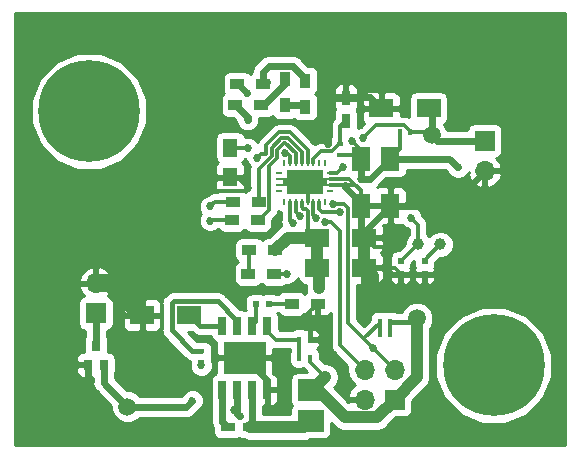
<source format=gbr>
G04 #@! TF.GenerationSoftware,KiCad,Pcbnew,5.0.0*
G04 #@! TF.CreationDate,2018-08-14T07:54:27-04:00*
G04 #@! TF.ProjectId,telegraph,74656C6567726170682E6B696361645F,rev?*
G04 #@! TF.SameCoordinates,Original*
G04 #@! TF.FileFunction,Copper,L1,Top,Signal*
G04 #@! TF.FilePolarity,Positive*
%FSLAX46Y46*%
G04 Gerber Fmt 4.6, Leading zero omitted, Abs format (unit mm)*
G04 Created by KiCad (PCBNEW 5.0.0) date Tue Aug 14 07:54:27 2018*
%MOMM*%
%LPD*%
G01*
G04 APERTURE LIST*
G04 #@! TA.AperFunction,SMDPad,CuDef*
%ADD10R,0.750000X1.200000*%
G04 #@! TD*
G04 #@! TA.AperFunction,SMDPad,CuDef*
%ADD11R,1.250000X1.500000*%
G04 #@! TD*
G04 #@! TA.AperFunction,SMDPad,CuDef*
%ADD12R,0.400000X0.600000*%
G04 #@! TD*
G04 #@! TA.AperFunction,SMDPad,CuDef*
%ADD13R,0.500000X0.600000*%
G04 #@! TD*
G04 #@! TA.AperFunction,SMDPad,CuDef*
%ADD14R,0.600000X0.500000*%
G04 #@! TD*
G04 #@! TA.AperFunction,SMDPad,CuDef*
%ADD15R,1.200000X0.750000*%
G04 #@! TD*
G04 #@! TA.AperFunction,SMDPad,CuDef*
%ADD16R,2.000000X1.600000*%
G04 #@! TD*
G04 #@! TA.AperFunction,SMDPad,CuDef*
%ADD17R,1.600000X2.000000*%
G04 #@! TD*
G04 #@! TA.AperFunction,ComponentPad*
%ADD18C,1.000000*%
G04 #@! TD*
G04 #@! TA.AperFunction,SMDPad,CuDef*
%ADD19R,2.200000X1.825000*%
G04 #@! TD*
G04 #@! TA.AperFunction,SMDPad,CuDef*
%ADD20R,1.200000X0.900000*%
G04 #@! TD*
G04 #@! TA.AperFunction,SMDPad,CuDef*
%ADD21R,0.900000X1.200000*%
G04 #@! TD*
G04 #@! TA.AperFunction,BGAPad,CuDef*
%ADD22C,1.500000*%
G04 #@! TD*
G04 #@! TA.AperFunction,ComponentPad*
%ADD23C,8.600000*%
G04 #@! TD*
G04 #@! TA.AperFunction,SMDPad,CuDef*
%ADD24R,0.600000X0.400000*%
G04 #@! TD*
G04 #@! TA.AperFunction,ComponentPad*
%ADD25R,1.700000X1.700000*%
G04 #@! TD*
G04 #@! TA.AperFunction,ComponentPad*
%ADD26O,1.700000X1.700000*%
G04 #@! TD*
G04 #@! TA.AperFunction,SMDPad,CuDef*
%ADD27R,0.650000X1.500000*%
G04 #@! TD*
G04 #@! TA.AperFunction,SMDPad,CuDef*
%ADD28R,3.600000X2.700000*%
G04 #@! TD*
G04 #@! TA.AperFunction,SMDPad,CuDef*
%ADD29R,0.800000X0.900000*%
G04 #@! TD*
G04 #@! TA.AperFunction,SMDPad,CuDef*
%ADD30R,0.240000X0.600000*%
G04 #@! TD*
G04 #@! TA.AperFunction,SMDPad,CuDef*
%ADD31R,0.600000X0.240000*%
G04 #@! TD*
G04 #@! TA.AperFunction,SMDPad,CuDef*
%ADD32R,3.050000X2.050000*%
G04 #@! TD*
G04 #@! TA.AperFunction,SMDPad,CuDef*
%ADD33R,0.325000X0.740000*%
G04 #@! TD*
G04 #@! TA.AperFunction,ViaPad*
%ADD34C,0.685800*%
G04 #@! TD*
G04 #@! TA.AperFunction,Conductor*
%ADD35C,0.300000*%
G04 #@! TD*
G04 #@! TA.AperFunction,Conductor*
%ADD36C,1.000000*%
G04 #@! TD*
G04 #@! TA.AperFunction,Conductor*
%ADD37C,0.600000*%
G04 #@! TD*
G04 #@! TA.AperFunction,Conductor*
%ADD38C,0.450000*%
G04 #@! TD*
G04 #@! TA.AperFunction,Conductor*
%ADD39C,1.500000*%
G04 #@! TD*
G04 #@! TA.AperFunction,Conductor*
%ADD40C,0.200000*%
G04 #@! TD*
G04 #@! TA.AperFunction,Conductor*
%ADD41C,0.254000*%
G04 #@! TD*
G04 APERTURE END LIST*
D10*
G04 #@! TO.P,C7,2*
G04 #@! TO.N,/RN42_RSTN*
X129700000Y-109850000D03*
G04 #@! TO.P,C7,1*
G04 #@! TO.N,GND*
X129700000Y-107950000D03*
G04 #@! TD*
D11*
G04 #@! TO.P,C17,2*
G04 #@! TO.N,GND*
X119900000Y-114650000D03*
G04 #@! TO.P,C17,1*
G04 #@! TO.N,Net-(C17-Pad1)*
X119900000Y-112150000D03*
G04 #@! TD*
D12*
G04 #@! TO.P,R18,1*
G04 #@! TO.N,/+3V3*
X133450000Y-127900000D03*
G04 #@! TO.P,R18,2*
G04 #@! TO.N,/SWBTDIO*
X132550000Y-127900000D03*
G04 #@! TD*
G04 #@! TO.P,R19,2*
G04 #@! TO.N,/SWBTDIO*
X132550000Y-126900000D03*
G04 #@! TO.P,R19,1*
G04 #@! TO.N,/+3V3*
X133450000Y-126900000D03*
G04 #@! TD*
D13*
G04 #@! TO.P,C3,2*
G04 #@! TO.N,GND*
X136360000Y-122854000D03*
G04 #@! TO.P,C3,1*
G04 #@! TO.N,Net-(C3-Pad1)*
X136360000Y-121754000D03*
G04 #@! TD*
G04 #@! TO.P,C4,1*
G04 #@! TO.N,Net-(C4-Pad1)*
X134328000Y-121754000D03*
G04 #@! TO.P,C4,2*
G04 #@! TO.N,GND*
X134328000Y-122854000D03*
G04 #@! TD*
D14*
G04 #@! TO.P,C12,2*
G04 #@! TO.N,Net-(C12-Pad2)*
X123194000Y-125352000D03*
G04 #@! TO.P,C12,1*
G04 #@! TO.N,Net-(C12-Pad1)*
X122094000Y-125352000D03*
G04 #@! TD*
D15*
G04 #@! TO.P,C11,2*
G04 #@! TO.N,Net-(C11-Pad2)*
X119700000Y-135818000D03*
G04 #@! TO.P,C11,1*
G04 #@! TO.N,Net-(C11-Pad1)*
X121600000Y-135818000D03*
G04 #@! TD*
D16*
G04 #@! TO.P,C10,2*
G04 #@! TO.N,Net-(C10-Pad2)*
X116450000Y-126318000D03*
G04 #@! TO.P,C10,1*
G04 #@! TO.N,GND*
X112450000Y-126318000D03*
G04 #@! TD*
D17*
G04 #@! TO.P,C6,2*
G04 #@! TO.N,/+3V3*
X130950000Y-113068000D03*
G04 #@! TO.P,C6,1*
G04 #@! TO.N,GND*
X130950000Y-117068000D03*
G04 #@! TD*
G04 #@! TO.P,C5,1*
G04 #@! TO.N,GND*
X133450000Y-117068000D03*
G04 #@! TO.P,C5,2*
G04 #@! TO.N,/+3V3*
X133450000Y-113068000D03*
G04 #@! TD*
D16*
G04 #@! TO.P,C2,2*
G04 #@! TO.N,GND*
X131248000Y-119764000D03*
G04 #@! TO.P,C2,1*
G04 #@! TO.N,/+3V3*
X127248000Y-119764000D03*
G04 #@! TD*
G04 #@! TO.P,C1,1*
G04 #@! TO.N,GND*
X131248000Y-122304000D03*
G04 #@! TO.P,C1,2*
G04 #@! TO.N,/+3V3*
X127248000Y-122304000D03*
G04 #@! TD*
G04 #@! TO.P,C15,2*
G04 #@! TO.N,GND*
X132700000Y-108818000D03*
G04 #@! TO.P,C15,1*
G04 #@! TO.N,/MORSE*
X136700000Y-108818000D03*
G04 #@! TD*
D18*
G04 #@! TO.P,Y1,2*
G04 #@! TO.N,Net-(C4-Pad1)*
X135800000Y-120318000D03*
G04 #@! TO.P,Y1,1*
G04 #@! TO.N,Net-(C3-Pad1)*
X137700000Y-120318000D03*
G04 #@! TD*
D19*
G04 #@! TO.P,L1,2*
G04 #@! TO.N,Net-(C11-Pad1)*
X126708000Y-135275500D03*
G04 #@! TO.P,L1,1*
G04 #@! TO.N,/+3V3*
X126708000Y-132700500D03*
G04 #@! TD*
D20*
G04 #@! TO.P,D3,2*
G04 #@! TO.N,/+3V3*
X123700000Y-120818000D03*
G04 #@! TO.P,D3,1*
G04 #@! TO.N,Net-(D3-Pad1)*
X121500000Y-120818000D03*
G04 #@! TD*
D21*
G04 #@! TO.P,D2,1*
G04 #@! TO.N,Net-(D2-Pad1)*
X124500000Y-106368000D03*
G04 #@! TO.P,D2,2*
G04 #@! TO.N,/+3V3*
X124500000Y-108568000D03*
G04 #@! TD*
G04 #@! TO.P,D1,2*
G04 #@! TO.N,/+3V3*
X126250000Y-108668000D03*
G04 #@! TO.P,D1,1*
G04 #@! TO.N,Net-(D1-Pad1)*
X126250000Y-106468000D03*
G04 #@! TD*
D22*
G04 #@! TO.P,TP9,1*
G04 #@! TO.N,/+3V3*
X135700000Y-126600000D03*
G04 #@! TD*
G04 #@! TO.P,TP8,1*
G04 #@! TO.N,/+VBAT*
X111200000Y-134068000D03*
G04 #@! TD*
G04 #@! TO.P,TP10,1*
G04 #@! TO.N,/MORSE*
X136950000Y-111068000D03*
G04 #@! TD*
D23*
G04 #@! TO.P,MH1,1*
G04 #@! TO.N,N/C*
X107950000Y-109068000D03*
G04 #@! TD*
G04 #@! TO.P,MH2,1*
G04 #@! TO.N,N/C*
X142200000Y-130568000D03*
G04 #@! TD*
D24*
G04 #@! TO.P,R7,1*
G04 #@! TO.N,/+3V3*
X129200000Y-112768000D03*
G04 #@! TO.P,R7,2*
G04 #@! TO.N,/RN42_RSTN*
X129200000Y-111868000D03*
G04 #@! TD*
G04 #@! TO.P,R13,1*
G04 #@! TO.N,/+VBAT*
X117450000Y-130268000D03*
G04 #@! TO.P,R13,2*
G04 #@! TO.N,Net-(R13-Pad2)*
X117450000Y-129368000D03*
G04 #@! TD*
D12*
G04 #@! TO.P,R14,2*
G04 #@! TO.N,Net-(R14-Pad2)*
X125750000Y-129924000D03*
G04 #@! TO.P,R14,1*
G04 #@! TO.N,/+3V3*
X126650000Y-129924000D03*
G04 #@! TD*
G04 #@! TO.P,R16,1*
G04 #@! TO.N,/+3V3*
X134250000Y-110818000D03*
G04 #@! TO.P,R16,2*
G04 #@! TO.N,/MORSE*
X135150000Y-110818000D03*
G04 #@! TD*
G04 #@! TO.P,R17,1*
G04 #@! TO.N,Net-(R14-Pad2)*
X125750000Y-128400000D03*
G04 #@! TO.P,R17,2*
G04 #@! TO.N,GND*
X126650000Y-128400000D03*
G04 #@! TD*
D20*
G04 #@! TO.P,R15,1*
G04 #@! TO.N,Net-(C12-Pad2)*
X125100000Y-125352000D03*
G04 #@! TO.P,R15,2*
G04 #@! TO.N,GND*
X127300000Y-125352000D03*
G04 #@! TD*
G04 #@! TO.P,R2,2*
G04 #@! TO.N,Net-(R2-Pad2)*
X120500000Y-106768000D03*
G04 #@! TO.P,R2,1*
G04 #@! TO.N,Net-(D1-Pad1)*
X122700000Y-106768000D03*
G04 #@! TD*
G04 #@! TO.P,R3,1*
G04 #@! TO.N,Net-(D2-Pad1)*
X122550000Y-108518000D03*
G04 #@! TO.P,R3,2*
G04 #@! TO.N,Net-(R3-Pad2)*
X120350000Y-108518000D03*
G04 #@! TD*
G04 #@! TO.P,R6,2*
G04 #@! TO.N,Net-(R6-Pad2)*
X122220000Y-118240000D03*
G04 #@! TO.P,R6,1*
G04 #@! TO.N,/RN42_RX*
X120020000Y-118240000D03*
G04 #@! TD*
G04 #@! TO.P,R10,1*
G04 #@! TO.N,Net-(R10-Pad1)*
X123650000Y-122818000D03*
G04 #@! TO.P,R10,2*
G04 #@! TO.N,Net-(D3-Pad1)*
X121450000Y-122818000D03*
G04 #@! TD*
G04 #@! TO.P,R5,2*
G04 #@! TO.N,/RN42_TX*
X120104000Y-116716000D03*
G04 #@! TO.P,R5,1*
G04 #@! TO.N,Net-(R5-Pad1)*
X122304000Y-116716000D03*
G04 #@! TD*
D25*
G04 #@! TO.P,SW1,1*
G04 #@! TO.N,/MORSE*
X141450000Y-111568000D03*
D26*
G04 #@! TO.P,SW1,2*
G04 #@! TO.N,GND*
X141450000Y-114108000D03*
G04 #@! TD*
G04 #@! TO.P,J2,2*
G04 #@! TO.N,GND*
X108532000Y-123634000D03*
D25*
G04 #@! TO.P,J2,1*
G04 #@! TO.N,Net-(J2-Pad1)*
X108532000Y-126174000D03*
G04 #@! TD*
D26*
G04 #@! TO.P,J1,4*
G04 #@! TO.N,/SBWTCK*
X131280000Y-130940000D03*
G04 #@! TO.P,J1,3*
G04 #@! TO.N,GND*
X131280000Y-133480000D03*
G04 #@! TO.P,J1,2*
G04 #@! TO.N,/SWBTDIO*
X133820000Y-130940000D03*
D25*
G04 #@! TO.P,J1,1*
G04 #@! TO.N,/+3V3*
X133820000Y-133480000D03*
G04 #@! TD*
D27*
G04 #@! TO.P,U3,1*
G04 #@! TO.N,Net-(C11-Pad2)*
X119215000Y-132624000D03*
G04 #@! TO.P,U3,2*
G04 #@! TO.N,/+VBAT*
X120485000Y-132624000D03*
G04 #@! TO.P,U3,3*
G04 #@! TO.N,Net-(C11-Pad1)*
X121755000Y-132624000D03*
G04 #@! TO.P,U3,4*
G04 #@! TO.N,GND*
X123025000Y-132624000D03*
G04 #@! TO.P,U3,5*
G04 #@! TO.N,Net-(R14-Pad2)*
X123025000Y-127224000D03*
G04 #@! TO.P,U3,6*
G04 #@! TO.N,Net-(C12-Pad1)*
X121755000Y-127224000D03*
G04 #@! TO.P,U3,7*
G04 #@! TO.N,Net-(R13-Pad2)*
X120485000Y-127224000D03*
G04 #@! TO.P,U3,8*
G04 #@! TO.N,Net-(C10-Pad2)*
X119215000Y-127224000D03*
D28*
G04 #@! TO.P,U3,9*
G04 #@! TO.N,GND*
X121120000Y-129924000D03*
G04 #@! TD*
D29*
G04 #@! TO.P,Q1,3*
G04 #@! TO.N,Net-(J2-Pad1)*
X108532000Y-128930000D03*
G04 #@! TO.P,Q1,2*
G04 #@! TO.N,/+VBAT*
X109182000Y-130530000D03*
G04 #@! TO.P,Q1,1*
G04 #@! TO.N,GND*
X107882000Y-130530000D03*
G04 #@! TD*
D30*
G04 #@! TO.P,U1,2*
G04 #@! TO.N,Net-(U1-Pad2)*
X124450000Y-116718000D03*
G04 #@! TO.P,U1,3*
G04 #@! TO.N,/SBWTCK*
X124950000Y-116718000D03*
G04 #@! TO.P,U1,4*
G04 #@! TO.N,/SWBTDIO*
X125450000Y-116718000D03*
G04 #@! TO.P,U1,5*
G04 #@! TO.N,/+3V3*
X125950000Y-116718000D03*
G04 #@! TO.P,U1,6*
G04 #@! TO.N,GND*
X126450000Y-116718000D03*
G04 #@! TO.P,U1,7*
G04 #@! TO.N,Net-(C4-Pad1)*
X126950000Y-116718000D03*
G04 #@! TO.P,U1,8*
G04 #@! TO.N,Net-(C3-Pad1)*
X127450000Y-116718000D03*
G04 #@! TO.P,U1,9*
G04 #@! TO.N,Net-(U1-Pad9)*
X127950000Y-116718000D03*
D31*
G04 #@! TO.P,U1,10*
G04 #@! TO.N,Net-(U1-Pad10)*
X128350000Y-115818000D03*
G04 #@! TO.P,U1,21*
G04 #@! TO.N,GND*
X128350000Y-115318000D03*
X128350000Y-114818000D03*
G04 #@! TO.P,U1,11*
G04 #@! TO.N,/MORSE*
X128350000Y-114318000D03*
D30*
G04 #@! TO.P,U1,12*
G04 #@! TO.N,Net-(U1-Pad12)*
X127950000Y-113418000D03*
G04 #@! TO.P,U1,13*
G04 #@! TO.N,Net-(U1-Pad13)*
X127450000Y-113418000D03*
G04 #@! TO.P,U1,14*
G04 #@! TO.N,/RN42_RSTN*
X126950000Y-113418000D03*
G04 #@! TO.P,U1,15*
G04 #@! TO.N,/RN42_CTS*
X126450000Y-113418000D03*
G04 #@! TO.P,U1,16*
G04 #@! TO.N,Net-(R5-Pad1)*
X125950000Y-113418000D03*
G04 #@! TO.P,U1,17*
G04 #@! TO.N,Net-(R6-Pad2)*
X125450000Y-113418000D03*
G04 #@! TO.P,U1,18*
G04 #@! TO.N,Net-(C17-Pad1)*
X124950000Y-113418000D03*
G04 #@! TO.P,U1,19*
G04 #@! TO.N,Net-(U1-Pad19)*
X124450000Y-113418000D03*
D31*
G04 #@! TO.P,U1,20*
G04 #@! TO.N,Net-(U1-Pad20)*
X124050000Y-114318000D03*
G04 #@! TO.P,U1,21*
G04 #@! TO.N,GND*
X124050000Y-114818000D03*
X124050000Y-115318000D03*
G04 #@! TO.P,U1,1*
G04 #@! TO.N,Net-(U1-Pad1)*
X124050000Y-115818000D03*
D32*
G04 #@! TO.P,U1,21*
G04 #@! TO.N,GND*
X126200000Y-115068000D03*
D33*
X127887500Y-115068000D03*
X124512500Y-115068000D03*
G04 #@! TD*
D34*
G04 #@! TO.N,/SBWTCK*
X125200000Y-118568000D03*
X127950000Y-118468698D03*
G04 #@! TO.N,/SWBTDIO*
X128565312Y-116922690D03*
X125852279Y-117945237D03*
X132000000Y-129120000D03*
G04 #@! TO.N,/+3V3*
X127950000Y-131568000D03*
X127450000Y-124068000D03*
X130950000Y-114818000D03*
X139200000Y-113818000D03*
X130200000Y-111568000D03*
X126250000Y-108668000D03*
G04 #@! TO.N,GND*
X121120000Y-129924000D03*
X108450000Y-133568000D03*
X124450000Y-127318000D03*
X126200000Y-115068000D03*
X131950000Y-124318000D03*
X133200000Y-120568000D03*
X118200000Y-115818000D03*
X121450000Y-115568000D03*
X128200000Y-111818000D03*
X128200000Y-107818000D03*
X131950000Y-125229234D03*
X122676000Y-129924000D03*
G04 #@! TO.N,Net-(C4-Pad1)*
X127200000Y-118068000D03*
X135200000Y-118068000D03*
G04 #@! TO.N,Net-(C3-Pad1)*
X129200000Y-117568000D03*
G04 #@! TO.N,/MORSE*
X129450000Y-113818000D03*
X131128929Y-111334879D03*
G04 #@! TO.N,/RN42_RSTN*
X129700000Y-109818000D03*
G04 #@! TO.N,/RN42_CTS*
X122200000Y-113000000D03*
G04 #@! TO.N,/+VBAT*
X120200000Y-134318000D03*
X116700000Y-133568000D03*
X117450000Y-130568000D03*
X120700000Y-134900000D03*
G04 #@! TO.N,/RN42_TX*
X118200000Y-117128000D03*
G04 #@! TO.N,Net-(R10-Pad1)*
X124700000Y-122818000D03*
G04 #@! TO.N,/RN42_RX*
X118200000Y-118328000D03*
G04 #@! TO.N,Net-(R3-Pad2)*
X121400000Y-109800000D03*
G04 #@! TO.N,Net-(R2-Pad2)*
X121350000Y-107518000D03*
G04 #@! TO.N,Net-(C17-Pad1)*
X121400000Y-112200000D03*
X124500002Y-112592217D03*
G04 #@! TD*
D35*
G04 #@! TO.N,/SBWTCK*
X124950000Y-116718000D02*
X124950000Y-118318000D01*
X124950000Y-118318000D02*
X125200000Y-118568000D01*
X128434933Y-118468698D02*
X129200000Y-119233765D01*
X127950000Y-118468698D02*
X128434933Y-118468698D01*
X129200000Y-128860000D02*
X131280000Y-130940000D01*
X129200000Y-119233765D02*
X129200000Y-128860000D01*
G04 #@! TO.N,/SWBTDIO*
X129050245Y-116922690D02*
X128565312Y-116922690D01*
X129845302Y-126965302D02*
X129845302Y-117258254D01*
X129845302Y-117258254D02*
X129509738Y-116922690D01*
X129509738Y-116922690D02*
X129050245Y-116922690D01*
X125450000Y-117542958D02*
X125509380Y-117602338D01*
X125509380Y-117602338D02*
X125852279Y-117945237D01*
X125450000Y-116718000D02*
X125450000Y-117542958D01*
X132550000Y-126900000D02*
X132550000Y-127900000D01*
X131250000Y-128300000D02*
X131180000Y-128300000D01*
X132550000Y-127000000D02*
X131250000Y-128300000D01*
X132550000Y-126900000D02*
X132550000Y-127000000D01*
X131180000Y-128300000D02*
X129845302Y-126965302D01*
X133820000Y-130940000D02*
X132000000Y-129120000D01*
X132000000Y-129120000D02*
X131180000Y-128300000D01*
D36*
G04 #@! TO.N,/+3V3*
X126708000Y-132700500D02*
X127082500Y-132700500D01*
X126708000Y-132700500D02*
X126817500Y-132700500D01*
X126817500Y-132700500D02*
X127950000Y-131568000D01*
D35*
X126650000Y-130268000D02*
X127950000Y-131568000D01*
X126650000Y-129924000D02*
X126650000Y-130268000D01*
D36*
X127450000Y-122506000D02*
X127248000Y-122304000D01*
X127450000Y-124068000D02*
X127450000Y-122506000D01*
X127248000Y-122304000D02*
X127248000Y-119764000D01*
X124754000Y-119764000D02*
X123700000Y-120818000D01*
X127248000Y-119764000D02*
X124754000Y-119764000D01*
D35*
X125950000Y-117182322D02*
X126088079Y-117320401D01*
X125950000Y-116718000D02*
X125950000Y-117182322D01*
X126497589Y-119013589D02*
X127248000Y-119764000D01*
X126497589Y-117505394D02*
X126497589Y-119013589D01*
X126088079Y-117320401D02*
X126312596Y-117320401D01*
X126312596Y-117320401D02*
X126497589Y-117505394D01*
D37*
X130950000Y-114818000D02*
X130950000Y-113068000D01*
X131700000Y-114818000D02*
X133450000Y-113068000D01*
X130950000Y-114818000D02*
X131700000Y-114818000D01*
X138450000Y-113068000D02*
X133450000Y-113068000D01*
X139200000Y-113818000D02*
X138450000Y-113068000D01*
D35*
X134250000Y-112268000D02*
X133450000Y-113068000D01*
X134250000Y-110818000D02*
X134250000Y-112268000D01*
X130650000Y-112768000D02*
X130950000Y-113068000D01*
X130950000Y-113068000D02*
X130950000Y-112318000D01*
X130950000Y-112318000D02*
X130200000Y-111568000D01*
X129200000Y-112768000D02*
X130650000Y-112768000D01*
D37*
X126150000Y-108568000D02*
X126250000Y-108668000D01*
X124500000Y-108568000D02*
X126150000Y-108568000D01*
D36*
X132317599Y-134982401D02*
X133820000Y-133480000D01*
X129601723Y-134982401D02*
X132317599Y-134982401D01*
X127319822Y-132700500D02*
X129601723Y-134982401D01*
X126708000Y-132700500D02*
X127319822Y-132700500D01*
X135700000Y-131600000D02*
X135700000Y-126600000D01*
X133820000Y-133480000D02*
X135700000Y-131600000D01*
D38*
X135400000Y-126900000D02*
X135700000Y-126600000D01*
X133450000Y-126900000D02*
X135400000Y-126900000D01*
D35*
X133450000Y-126900000D02*
X133450000Y-127900000D01*
D37*
G04 #@! TO.N,GND*
X123025000Y-131829000D02*
X121120000Y-129924000D01*
X123025000Y-132624000D02*
X123025000Y-131829000D01*
X107882000Y-130530000D02*
X107882000Y-133000000D01*
X107882000Y-133000000D02*
X108450000Y-133568000D01*
D35*
X126650000Y-126002000D02*
X127300000Y-125352000D01*
X126650000Y-128400000D02*
X126650000Y-126002000D01*
X126650000Y-126002000D02*
X125334000Y-127318000D01*
X125334000Y-127318000D02*
X124450000Y-127318000D01*
D39*
X109766000Y-123634000D02*
X112450000Y-126318000D01*
X108532000Y-123634000D02*
X109766000Y-123634000D01*
D36*
X131248000Y-119764000D02*
X131248000Y-122304000D01*
D35*
X126450000Y-116718000D02*
X126450000Y-115318000D01*
D36*
X131950000Y-123006000D02*
X131248000Y-122304000D01*
X131950000Y-124318000D02*
X131950000Y-123006000D01*
D37*
X131248000Y-119270000D02*
X133450000Y-117068000D01*
X130950000Y-117068000D02*
X130950000Y-119466000D01*
D35*
X136360000Y-122854000D02*
X134328000Y-122854000D01*
X132548000Y-122304000D02*
X131248000Y-122304000D01*
X133828000Y-122304000D02*
X132548000Y-122304000D01*
X134328000Y-122804000D02*
X133828000Y-122304000D01*
X134328000Y-122854000D02*
X134328000Y-122804000D01*
X132052000Y-120568000D02*
X131248000Y-119764000D01*
X133200000Y-120568000D02*
X132052000Y-120568000D01*
X128950000Y-115318000D02*
X128350000Y-115318000D01*
X130950000Y-115768000D02*
X130500000Y-115318000D01*
X130950000Y-117068000D02*
X130950000Y-115768000D01*
X130000000Y-114818000D02*
X130500000Y-115318000D01*
X128350000Y-114818000D02*
X130000000Y-114818000D01*
D37*
X138490000Y-117068000D02*
X141450000Y-114108000D01*
X133450000Y-117068000D02*
X138490000Y-117068000D01*
D40*
X125950000Y-114818000D02*
X126200000Y-115068000D01*
X124050000Y-114818000D02*
X125950000Y-114818000D01*
X125950000Y-115318000D02*
X126200000Y-115068000D01*
X124050000Y-115318000D02*
X125950000Y-115318000D01*
X124512500Y-115068000D02*
X126200000Y-115068000D01*
X126450000Y-114818000D02*
X126200000Y-115068000D01*
X128350000Y-114818000D02*
X126450000Y-114818000D01*
X126450000Y-115318000D02*
X126200000Y-115068000D01*
X128350000Y-115318000D02*
X126450000Y-115318000D01*
X127887500Y-115068000D02*
X126200000Y-115068000D01*
D35*
X118200000Y-115818000D02*
X121200000Y-115818000D01*
X121200000Y-115818000D02*
X121450000Y-115568000D01*
D37*
X128200000Y-107818000D02*
X128200000Y-111818000D01*
X131700000Y-107818000D02*
X128200000Y-107818000D01*
X132700000Y-108818000D02*
X131700000Y-107818000D01*
X129600000Y-115518000D02*
X129600000Y-115318000D01*
X130950000Y-116868000D02*
X129600000Y-115518000D01*
X130950000Y-117068000D02*
X130950000Y-116868000D01*
D35*
X130500000Y-115318000D02*
X129600000Y-115318000D01*
X129600000Y-115318000D02*
X128950000Y-115318000D01*
D37*
X131248000Y-122304000D02*
X131248000Y-124527234D01*
X131248000Y-124527234D02*
X131950000Y-125229234D01*
X121120000Y-129924000D02*
X122676000Y-129924000D01*
D35*
X120532000Y-114650000D02*
X121450000Y-115568000D01*
X119900000Y-114650000D02*
X120532000Y-114650000D01*
G04 #@! TO.N,Net-(C4-Pad1)*
X134364000Y-121754000D02*
X135800000Y-120318000D01*
X134328000Y-121754000D02*
X134364000Y-121754000D01*
X126950000Y-117818000D02*
X127200000Y-118068000D01*
X126950000Y-116718000D02*
X126950000Y-117818000D01*
X135800000Y-120318000D02*
X135800000Y-118668000D01*
X135800000Y-118668000D02*
X135200000Y-118068000D01*
G04 #@! TO.N,Net-(C3-Pad1)*
X136360000Y-121658000D02*
X137700000Y-120318000D01*
X136360000Y-121754000D02*
X136360000Y-121658000D01*
X127450000Y-117318000D02*
X127700000Y-117568000D01*
X127450000Y-116718000D02*
X127450000Y-117318000D01*
X127700000Y-117568000D02*
X129200000Y-117568000D01*
G04 #@! TO.N,/MORSE*
X136700000Y-110818000D02*
X136950000Y-111068000D01*
X135150000Y-110818000D02*
X136700000Y-110818000D01*
D37*
X137450000Y-111568000D02*
X136950000Y-111068000D01*
X141450000Y-111568000D02*
X137450000Y-111568000D01*
X136950000Y-109068000D02*
X136700000Y-108818000D01*
X136950000Y-111068000D02*
X136950000Y-109068000D01*
D35*
X128350000Y-114318000D02*
X128950000Y-114318000D01*
X128950000Y-114318000D02*
X129450000Y-113818000D01*
X135150000Y-110718000D02*
X135150000Y-110818000D01*
X134647599Y-110215599D02*
X135150000Y-110718000D01*
X132248209Y-110215599D02*
X134647599Y-110215599D01*
X131128929Y-111334879D02*
X132248209Y-110215599D01*
G04 #@! TO.N,/RN42_RSTN*
X129200000Y-110318000D02*
X129700000Y-109818000D01*
X129200000Y-111868000D02*
X129200000Y-110318000D01*
X129100000Y-111868000D02*
X128504698Y-112463302D01*
X127554698Y-112463302D02*
X126950000Y-113068000D01*
X126950000Y-113068000D02*
X126950000Y-113418000D01*
X128504698Y-112463302D02*
X127554698Y-112463302D01*
X129200000Y-111868000D02*
X129100000Y-111868000D01*
G04 #@! TO.N,/RN42_CTS*
X126450000Y-113418000D02*
X126450000Y-112655393D01*
X124949878Y-110849878D02*
X124849878Y-110849878D01*
X126450000Y-112655393D02*
X126450000Y-112350000D01*
X126450000Y-112350000D02*
X124949878Y-110849878D01*
X124949877Y-110849877D02*
X124949878Y-110849878D01*
X124050123Y-110849877D02*
X124949877Y-110849877D01*
X122949878Y-111950122D02*
X124050123Y-110849877D01*
X122949877Y-112657101D02*
X122949878Y-111950122D01*
X122542899Y-112657101D02*
X122949877Y-112657101D01*
X122200000Y-113000000D02*
X122542899Y-112657101D01*
G04 #@! TO.N,Net-(R5-Pad1)*
X123402287Y-112137517D02*
X124237517Y-111302287D01*
X124237517Y-111302287D02*
X124762483Y-111302287D01*
X123402287Y-112861586D02*
X123402287Y-112137517D01*
X122304000Y-113959873D02*
X123402287Y-112861586D01*
X125950000Y-112818000D02*
X125950000Y-113418000D01*
X122304000Y-116716000D02*
X122304000Y-113959873D01*
X124762483Y-111302287D02*
X125950000Y-112489804D01*
X125950000Y-112489804D02*
X125950000Y-112818000D01*
G04 #@! TO.N,Net-(R6-Pad2)*
X124424910Y-111754698D02*
X124575090Y-111754698D01*
X123206401Y-117403599D02*
X123206401Y-113697277D01*
X122220000Y-118240000D02*
X122370000Y-118240000D01*
X122370000Y-118240000D02*
X123206401Y-117403599D01*
X123206401Y-113697277D02*
X123854698Y-113048980D01*
X123854698Y-113048980D02*
X123854698Y-112324910D01*
X125450000Y-112818000D02*
X125450000Y-113418000D01*
X124575090Y-111754698D02*
X125450000Y-112629608D01*
X125450000Y-112629608D02*
X125450000Y-112818000D01*
X123854698Y-112324910D02*
X124424910Y-111754698D01*
D37*
G04 #@! TO.N,Net-(J2-Pad1)*
X108532000Y-126174000D02*
X108532000Y-128930000D01*
G04 #@! TO.N,/+VBAT*
X109182000Y-132050000D02*
X111200000Y-134068000D01*
X109182000Y-130530000D02*
X109182000Y-132050000D01*
X120485000Y-132624000D02*
X120485000Y-134033000D01*
X120485000Y-134033000D02*
X120200000Y-134318000D01*
X111200000Y-134068000D02*
X116200000Y-134068000D01*
X116200000Y-134068000D02*
X116700000Y-133568000D01*
D38*
X117450000Y-130268000D02*
X117450000Y-130568000D01*
D37*
X120485000Y-132624000D02*
X120485000Y-134685000D01*
X120485000Y-134685000D02*
X120700000Y-134900000D01*
G04 #@! TO.N,Net-(C11-Pad2)*
X119215000Y-135333000D02*
X119700000Y-135818000D01*
X119215000Y-132624000D02*
X119215000Y-135333000D01*
G04 #@! TO.N,Net-(C11-Pad1)*
X121755000Y-135663000D02*
X121600000Y-135818000D01*
X121755000Y-132624000D02*
X121755000Y-135663000D01*
D36*
X126165500Y-135818000D02*
X126708000Y-135275500D01*
X121600000Y-135818000D02*
X126165500Y-135818000D01*
D35*
G04 #@! TO.N,Net-(R14-Pad2)*
X125750000Y-128400000D02*
X125750000Y-129924000D01*
X123025000Y-127649000D02*
X123025000Y-127224000D01*
X123776000Y-128400000D02*
X123025000Y-127649000D01*
X125750000Y-128400000D02*
X123776000Y-128400000D01*
G04 #@! TO.N,Net-(C12-Pad1)*
X122094000Y-126885000D02*
X121755000Y-127224000D01*
X122094000Y-125352000D02*
X122094000Y-126885000D01*
D38*
G04 #@! TO.N,Net-(R13-Pad2)*
X115148079Y-125140599D02*
X114950000Y-125338678D01*
X120485000Y-127224000D02*
X120485000Y-126799000D01*
X118826599Y-125140599D02*
X115148079Y-125140599D01*
X120485000Y-126799000D02*
X118826599Y-125140599D01*
X116700000Y-129368000D02*
X117450000Y-129368000D01*
X114950000Y-127618000D02*
X116700000Y-129368000D01*
X114950000Y-125338678D02*
X114950000Y-127618000D01*
G04 #@! TO.N,Net-(C10-Pad2)*
X117356000Y-127224000D02*
X116450000Y-126318000D01*
X119215000Y-127224000D02*
X117356000Y-127224000D01*
D35*
G04 #@! TO.N,/RN42_TX*
X118612000Y-116716000D02*
X118200000Y-117128000D01*
X120104000Y-116716000D02*
X118612000Y-116716000D01*
G04 #@! TO.N,Net-(R10-Pad1)*
X123650000Y-122818000D02*
X124700000Y-122818000D01*
G04 #@! TO.N,Net-(D3-Pad1)*
X121500000Y-122768000D02*
X121450000Y-122818000D01*
X121500000Y-120818000D02*
X121500000Y-122768000D01*
G04 #@! TO.N,/RN42_RX*
X118288000Y-118240000D02*
X118200000Y-118328000D01*
X120020000Y-118240000D02*
X118288000Y-118240000D01*
D37*
G04 #@! TO.N,Net-(D2-Pad1)*
X124500000Y-106368000D02*
X124500000Y-106568000D01*
X124500000Y-106718000D02*
X124500000Y-106368000D01*
X122700000Y-108518000D02*
X124500000Y-106718000D01*
X122550000Y-108518000D02*
X122700000Y-108518000D01*
D35*
G04 #@! TO.N,Net-(R3-Pad2)*
X120500000Y-108518000D02*
X120350000Y-108518000D01*
D37*
X121400000Y-109568000D02*
X120350000Y-108518000D01*
X121400000Y-109800000D02*
X121400000Y-109568000D01*
G04 #@! TO.N,Net-(R2-Pad2)*
X120500000Y-106768000D02*
X120600000Y-106768000D01*
X120600000Y-106768000D02*
X121350000Y-107518000D01*
G04 #@! TO.N,Net-(D1-Pad1)*
X126250000Y-106318000D02*
X126250000Y-106468000D01*
X125200000Y-105268000D02*
X126250000Y-106318000D01*
X122850000Y-106768000D02*
X123050000Y-106568000D01*
X122700000Y-106768000D02*
X122850000Y-106768000D01*
X122700000Y-105718000D02*
X122700000Y-106768000D01*
X123150000Y-105268000D02*
X122700000Y-105718000D01*
X125200000Y-105268000D02*
X123150000Y-105268000D01*
D35*
G04 #@! TO.N,Net-(C12-Pad2)*
X125100000Y-125352000D02*
X123194000Y-125352000D01*
G04 #@! TO.N,Net-(C17-Pad1)*
X119950000Y-112200000D02*
X119900000Y-112150000D01*
X121400000Y-112200000D02*
X119950000Y-112200000D01*
X124950000Y-113418000D02*
X124950000Y-112818000D01*
X124950000Y-112818000D02*
X124724217Y-112592217D01*
X124724217Y-112592217D02*
X124500002Y-112592217D01*
G04 #@! TD*
D41*
G04 #@! TO.N,GND*
G36*
X148290001Y-137290000D02*
X101710000Y-137290000D01*
X101710000Y-130815750D01*
X106847000Y-130815750D01*
X106847000Y-131106310D01*
X106943673Y-131339699D01*
X107122302Y-131518327D01*
X107355691Y-131615000D01*
X107596250Y-131615000D01*
X107755000Y-131456250D01*
X107755000Y-130657000D01*
X107005750Y-130657000D01*
X106847000Y-130815750D01*
X101710000Y-130815750D01*
X101710000Y-129953690D01*
X106847000Y-129953690D01*
X106847000Y-130244250D01*
X107005750Y-130403000D01*
X107755000Y-130403000D01*
X107755000Y-130383000D01*
X108009000Y-130383000D01*
X108009000Y-130403000D01*
X108029000Y-130403000D01*
X108029000Y-130657000D01*
X108009000Y-130657000D01*
X108009000Y-131456250D01*
X108167750Y-131615000D01*
X108247001Y-131615000D01*
X108247001Y-131957910D01*
X108228683Y-132050000D01*
X108301250Y-132414818D01*
X108434796Y-132614683D01*
X108507904Y-132724097D01*
X108585970Y-132776259D01*
X109815000Y-134005290D01*
X109815000Y-134343494D01*
X110025853Y-134852540D01*
X110415460Y-135242147D01*
X110924506Y-135453000D01*
X111475494Y-135453000D01*
X111984540Y-135242147D01*
X112223687Y-135003000D01*
X116107914Y-135003000D01*
X116200000Y-135021317D01*
X116292086Y-135003000D01*
X116564819Y-134948750D01*
X116874097Y-134742097D01*
X116926261Y-134664028D01*
X117150366Y-134439923D01*
X117253936Y-134397023D01*
X117529023Y-134121936D01*
X117677900Y-133762516D01*
X117677900Y-133373484D01*
X117529023Y-133014064D01*
X117253936Y-132738977D01*
X116894516Y-132590100D01*
X116505484Y-132590100D01*
X116146064Y-132738977D01*
X115870977Y-133014064D01*
X115828077Y-133117634D01*
X115812711Y-133133000D01*
X112223687Y-133133000D01*
X111984540Y-132893853D01*
X111475494Y-132683000D01*
X111137290Y-132683000D01*
X110117000Y-131662711D01*
X110117000Y-131322285D01*
X110180157Y-131227765D01*
X110229440Y-130980000D01*
X110229440Y-130080000D01*
X110180157Y-129832235D01*
X110039809Y-129622191D01*
X109829765Y-129481843D01*
X109582000Y-129432560D01*
X109568985Y-129432560D01*
X109579440Y-129380000D01*
X109579440Y-128480000D01*
X109530157Y-128232235D01*
X109467000Y-128137715D01*
X109467000Y-127654533D01*
X109629765Y-127622157D01*
X109839809Y-127481809D01*
X109980157Y-127271765D01*
X110029440Y-127024000D01*
X110029440Y-126603750D01*
X110815000Y-126603750D01*
X110815000Y-127244310D01*
X110911673Y-127477699D01*
X111090302Y-127656327D01*
X111323691Y-127753000D01*
X112164250Y-127753000D01*
X112323000Y-127594250D01*
X112323000Y-126445000D01*
X112577000Y-126445000D01*
X112577000Y-127594250D01*
X112735750Y-127753000D01*
X113576309Y-127753000D01*
X113809698Y-127656327D01*
X113988327Y-127477699D01*
X114085000Y-127244310D01*
X114085000Y-126603750D01*
X113926250Y-126445000D01*
X112577000Y-126445000D01*
X112323000Y-126445000D01*
X110973750Y-126445000D01*
X110815000Y-126603750D01*
X110029440Y-126603750D01*
X110029440Y-125391690D01*
X110815000Y-125391690D01*
X110815000Y-126032250D01*
X110973750Y-126191000D01*
X112323000Y-126191000D01*
X112323000Y-125041750D01*
X112577000Y-125041750D01*
X112577000Y-126191000D01*
X113926250Y-126191000D01*
X114085000Y-126032250D01*
X114085000Y-125398237D01*
X114090000Y-125423374D01*
X114090001Y-127533300D01*
X114073153Y-127618000D01*
X114090001Y-127702701D01*
X114102481Y-127765440D01*
X114139899Y-127953555D01*
X114281996Y-128166219D01*
X114281998Y-128166221D01*
X114329976Y-128238025D01*
X114401780Y-128286003D01*
X116031995Y-129916218D01*
X116079975Y-129988025D01*
X116151781Y-130036004D01*
X116364444Y-130178102D01*
X116390572Y-130183299D01*
X116502560Y-130205575D01*
X116502560Y-130299947D01*
X116472100Y-130373484D01*
X116472100Y-130762516D01*
X116620977Y-131121936D01*
X116896064Y-131397023D01*
X117255484Y-131545900D01*
X117644516Y-131545900D01*
X118003936Y-131397023D01*
X118279023Y-131121936D01*
X118427900Y-130762516D01*
X118427900Y-130373484D01*
X118397440Y-130299947D01*
X118397440Y-130068000D01*
X118348157Y-129820235D01*
X118346664Y-129818000D01*
X118348157Y-129815765D01*
X118397440Y-129568000D01*
X118397440Y-129168000D01*
X118348157Y-128920235D01*
X118207809Y-128710191D01*
X117997765Y-128569843D01*
X117750000Y-128520560D01*
X117597844Y-128520560D01*
X117534701Y-128508000D01*
X117056223Y-128508000D01*
X116313663Y-127765440D01*
X116681216Y-127765440D01*
X116687997Y-127772221D01*
X116735975Y-127844025D01*
X116807779Y-127892003D01*
X116807780Y-127892004D01*
X116819135Y-127899591D01*
X117020445Y-128034102D01*
X117271299Y-128084000D01*
X117271303Y-128084000D01*
X117355999Y-128100847D01*
X117440695Y-128084000D01*
X118264440Y-128084000D01*
X118291843Y-128221765D01*
X118432191Y-128431809D01*
X118642235Y-128572157D01*
X118685000Y-128580663D01*
X118685000Y-129638250D01*
X118843750Y-129797000D01*
X120993000Y-129797000D01*
X120993000Y-129777000D01*
X121247000Y-129777000D01*
X121247000Y-129797000D01*
X123396250Y-129797000D01*
X123555000Y-129638250D01*
X123555000Y-129156420D01*
X123698684Y-129185000D01*
X123698688Y-129185000D01*
X123775999Y-129200378D01*
X123853310Y-129185000D01*
X124965001Y-129185000D01*
X124965001Y-129356543D01*
X124951843Y-129376235D01*
X124902560Y-129624000D01*
X124902560Y-130224000D01*
X124951843Y-130471765D01*
X125092191Y-130681809D01*
X125302235Y-130822157D01*
X125550000Y-130871440D01*
X125950000Y-130871440D01*
X126096530Y-130842294D01*
X126149592Y-130877749D01*
X126412403Y-131140560D01*
X125608000Y-131140560D01*
X125360235Y-131189843D01*
X125150191Y-131330191D01*
X125009843Y-131540235D01*
X124960560Y-131788000D01*
X124960560Y-133613000D01*
X125009843Y-133860765D01*
X125094859Y-133988000D01*
X125009843Y-134115235D01*
X124960560Y-134363000D01*
X124960560Y-134683000D01*
X122690000Y-134683000D01*
X122690000Y-134009000D01*
X122739250Y-134009000D01*
X122898000Y-133850250D01*
X122898000Y-132751000D01*
X123152000Y-132751000D01*
X123152000Y-133850250D01*
X123310750Y-134009000D01*
X123476310Y-134009000D01*
X123709699Y-133912327D01*
X123888327Y-133733698D01*
X123985000Y-133500309D01*
X123985000Y-132909750D01*
X123826250Y-132751000D01*
X123152000Y-132751000D01*
X122898000Y-132751000D01*
X122878000Y-132751000D01*
X122878000Y-132497000D01*
X122898000Y-132497000D01*
X122898000Y-132477000D01*
X123152000Y-132477000D01*
X123152000Y-132497000D01*
X123826250Y-132497000D01*
X123985000Y-132338250D01*
X123985000Y-131747691D01*
X123888327Y-131514302D01*
X123709699Y-131335673D01*
X123555000Y-131271595D01*
X123555000Y-130209750D01*
X123396250Y-130051000D01*
X121247000Y-130051000D01*
X121247000Y-130071000D01*
X120993000Y-130071000D01*
X120993000Y-130051000D01*
X118843750Y-130051000D01*
X118685000Y-130209750D01*
X118685000Y-131267337D01*
X118642235Y-131275843D01*
X118432191Y-131416191D01*
X118291843Y-131626235D01*
X118242560Y-131874000D01*
X118242560Y-133374000D01*
X118280000Y-133562227D01*
X118280001Y-135240910D01*
X118261683Y-135333000D01*
X118334250Y-135697818D01*
X118452560Y-135874881D01*
X118452560Y-136193000D01*
X118501843Y-136440765D01*
X118642191Y-136650809D01*
X118852235Y-136791157D01*
X119100000Y-136840440D01*
X120300000Y-136840440D01*
X120547765Y-136791157D01*
X120650000Y-136722845D01*
X120752235Y-136791157D01*
X121000000Y-136840440D01*
X121087245Y-136840440D01*
X121157145Y-136887146D01*
X121488217Y-136953000D01*
X126053717Y-136953000D01*
X126165500Y-136975235D01*
X126277283Y-136953000D01*
X126608355Y-136887146D01*
X126685738Y-136835440D01*
X127808000Y-136835440D01*
X128055765Y-136786157D01*
X128265809Y-136645809D01*
X128406157Y-136435765D01*
X128455440Y-136188000D01*
X128455440Y-135441250D01*
X128720112Y-135705922D01*
X128783434Y-135800690D01*
X129158868Y-136051547D01*
X129489940Y-136117401D01*
X129601722Y-136139636D01*
X129713504Y-136117401D01*
X132205816Y-136117401D01*
X132317599Y-136139636D01*
X132429382Y-136117401D01*
X132760454Y-136051547D01*
X133135888Y-135800690D01*
X133199212Y-135705919D01*
X133927692Y-134977440D01*
X134670000Y-134977440D01*
X134917765Y-134928157D01*
X135127809Y-134787809D01*
X135268157Y-134577765D01*
X135317440Y-134330000D01*
X135317440Y-133587692D01*
X136423524Y-132481609D01*
X136518289Y-132418289D01*
X136769146Y-132042855D01*
X136835000Y-131711783D01*
X136835000Y-131711782D01*
X136857235Y-131600001D01*
X136835000Y-131488219D01*
X136835000Y-129586368D01*
X137265000Y-129586368D01*
X137265000Y-131549632D01*
X138016309Y-133363453D01*
X139404547Y-134751691D01*
X141218368Y-135503000D01*
X143181632Y-135503000D01*
X144995453Y-134751691D01*
X146383691Y-133363453D01*
X147135000Y-131549632D01*
X147135000Y-129586368D01*
X146383691Y-127772547D01*
X144995453Y-126384309D01*
X143181632Y-125633000D01*
X141218368Y-125633000D01*
X139404547Y-126384309D01*
X138016309Y-127772547D01*
X137265000Y-129586368D01*
X136835000Y-129586368D01*
X136835000Y-127423687D01*
X136874147Y-127384540D01*
X137085000Y-126875494D01*
X137085000Y-126324506D01*
X136874147Y-125815460D01*
X136484540Y-125425853D01*
X135975494Y-125215000D01*
X135424506Y-125215000D01*
X134915460Y-125425853D01*
X134525853Y-125815460D01*
X134432846Y-126040000D01*
X133954871Y-126040000D01*
X133897765Y-126001843D01*
X133650000Y-125952560D01*
X133250000Y-125952560D01*
X133002235Y-126001843D01*
X133000000Y-126003336D01*
X132997765Y-126001843D01*
X132750000Y-125952560D01*
X132350000Y-125952560D01*
X132102235Y-126001843D01*
X131892191Y-126142191D01*
X131751843Y-126352235D01*
X131702560Y-126600000D01*
X131702560Y-126737283D01*
X131215000Y-127224843D01*
X130630302Y-126640145D01*
X130630302Y-123739000D01*
X130962250Y-123739000D01*
X131121000Y-123580250D01*
X131121000Y-122431000D01*
X131375000Y-122431000D01*
X131375000Y-123580250D01*
X131533750Y-123739000D01*
X132374309Y-123739000D01*
X132607698Y-123642327D01*
X132786327Y-123463699D01*
X132883000Y-123230310D01*
X132883000Y-123139750D01*
X133443000Y-123139750D01*
X133443000Y-123280309D01*
X133539673Y-123513698D01*
X133718301Y-123692327D01*
X133951690Y-123789000D01*
X134044250Y-123789000D01*
X134203000Y-123630250D01*
X134203000Y-122981000D01*
X134453000Y-122981000D01*
X134453000Y-123630250D01*
X134611750Y-123789000D01*
X134704310Y-123789000D01*
X134937699Y-123692327D01*
X135116327Y-123513698D01*
X135213000Y-123280309D01*
X135213000Y-123139750D01*
X135475000Y-123139750D01*
X135475000Y-123280309D01*
X135571673Y-123513698D01*
X135750301Y-123692327D01*
X135983690Y-123789000D01*
X136076250Y-123789000D01*
X136235000Y-123630250D01*
X136235000Y-122981000D01*
X136485000Y-122981000D01*
X136485000Y-123630250D01*
X136643750Y-123789000D01*
X136736310Y-123789000D01*
X136969699Y-123692327D01*
X137148327Y-123513698D01*
X137245000Y-123280309D01*
X137245000Y-123139750D01*
X137086250Y-122981000D01*
X136485000Y-122981000D01*
X136235000Y-122981000D01*
X135633750Y-122981000D01*
X135475000Y-123139750D01*
X135213000Y-123139750D01*
X135054250Y-122981000D01*
X134453000Y-122981000D01*
X134203000Y-122981000D01*
X133601750Y-122981000D01*
X133443000Y-123139750D01*
X132883000Y-123139750D01*
X132883000Y-122589750D01*
X132724250Y-122431000D01*
X131375000Y-122431000D01*
X131121000Y-122431000D01*
X131101000Y-122431000D01*
X131101000Y-122177000D01*
X131121000Y-122177000D01*
X131121000Y-119891000D01*
X131375000Y-119891000D01*
X131375000Y-122177000D01*
X132724250Y-122177000D01*
X132883000Y-122018250D01*
X132883000Y-121454000D01*
X133430560Y-121454000D01*
X133430560Y-122054000D01*
X133479843Y-122301765D01*
X133489299Y-122315916D01*
X133443000Y-122427691D01*
X133443000Y-122568250D01*
X133601750Y-122727000D01*
X134203000Y-122727000D01*
X134203000Y-122707000D01*
X134453000Y-122707000D01*
X134453000Y-122727000D01*
X135054250Y-122727000D01*
X135213000Y-122568250D01*
X135213000Y-122427691D01*
X135166701Y-122315916D01*
X135176157Y-122301765D01*
X135225440Y-122054000D01*
X135225440Y-122002717D01*
X135462560Y-121765597D01*
X135462560Y-122054000D01*
X135511843Y-122301765D01*
X135521299Y-122315916D01*
X135475000Y-122427691D01*
X135475000Y-122568250D01*
X135633750Y-122727000D01*
X136235000Y-122727000D01*
X136235000Y-122707000D01*
X136485000Y-122707000D01*
X136485000Y-122727000D01*
X137086250Y-122727000D01*
X137245000Y-122568250D01*
X137245000Y-122427691D01*
X137198701Y-122315916D01*
X137208157Y-122301765D01*
X137257440Y-122054000D01*
X137257440Y-121870717D01*
X137675158Y-121453000D01*
X137925766Y-121453000D01*
X138342926Y-121280207D01*
X138662207Y-120960926D01*
X138835000Y-120543766D01*
X138835000Y-120092234D01*
X138662207Y-119675074D01*
X138342926Y-119355793D01*
X137925766Y-119183000D01*
X137474234Y-119183000D01*
X137057074Y-119355793D01*
X136750000Y-119662867D01*
X136585000Y-119497867D01*
X136585000Y-118745310D01*
X136600378Y-118667999D01*
X136585000Y-118590688D01*
X136585000Y-118590684D01*
X136539454Y-118361708D01*
X136416536Y-118177749D01*
X136409749Y-118167591D01*
X136409747Y-118167589D01*
X136365953Y-118102047D01*
X136300410Y-118058253D01*
X136177900Y-117935742D01*
X136177900Y-117873484D01*
X136029023Y-117514064D01*
X135753936Y-117238977D01*
X135394516Y-117090100D01*
X135005484Y-117090100D01*
X134733860Y-117202610D01*
X134726250Y-117195000D01*
X133577000Y-117195000D01*
X133577000Y-118544250D01*
X133735750Y-118703000D01*
X134376310Y-118703000D01*
X134429860Y-118680819D01*
X134646064Y-118897023D01*
X135005484Y-119045900D01*
X135015001Y-119045900D01*
X135015000Y-119497867D01*
X134837793Y-119675074D01*
X134665000Y-120092234D01*
X134665000Y-120342843D01*
X134201283Y-120806560D01*
X134078000Y-120806560D01*
X133830235Y-120855843D01*
X133620191Y-120996191D01*
X133479843Y-121206235D01*
X133430560Y-121454000D01*
X132883000Y-121454000D01*
X132883000Y-121377690D01*
X132786327Y-121144301D01*
X132676025Y-121034000D01*
X132786327Y-120923699D01*
X132883000Y-120690310D01*
X132883000Y-120049750D01*
X132724250Y-119891000D01*
X131375000Y-119891000D01*
X131121000Y-119891000D01*
X131101000Y-119891000D01*
X131101000Y-119637000D01*
X131121000Y-119637000D01*
X131121000Y-119617000D01*
X131375000Y-119617000D01*
X131375000Y-119637000D01*
X132724250Y-119637000D01*
X132883000Y-119478250D01*
X132883000Y-118837690D01*
X132827210Y-118703000D01*
X133164250Y-118703000D01*
X133323000Y-118544250D01*
X133323000Y-117195000D01*
X131077000Y-117195000D01*
X131077000Y-117215000D01*
X130823000Y-117215000D01*
X130823000Y-117195000D01*
X130803000Y-117195000D01*
X130803000Y-116941000D01*
X130823000Y-116941000D01*
X130823000Y-116921000D01*
X131077000Y-116921000D01*
X131077000Y-116941000D01*
X133323000Y-116941000D01*
X133323000Y-115591750D01*
X133577000Y-115591750D01*
X133577000Y-116941000D01*
X134726250Y-116941000D01*
X134885000Y-116782250D01*
X134885000Y-115941691D01*
X134788327Y-115708302D01*
X134609699Y-115529673D01*
X134376310Y-115433000D01*
X133735750Y-115433000D01*
X133577000Y-115591750D01*
X133323000Y-115591750D01*
X133164250Y-115433000D01*
X132523690Y-115433000D01*
X132362810Y-115499639D01*
X132374097Y-115492097D01*
X132426261Y-115414028D01*
X133124849Y-114715440D01*
X134250000Y-114715440D01*
X134497765Y-114666157D01*
X134707809Y-114525809D01*
X134848157Y-114315765D01*
X134897440Y-114068000D01*
X134897440Y-114003000D01*
X138062711Y-114003000D01*
X138328077Y-114268367D01*
X138370977Y-114371936D01*
X138646064Y-114647023D01*
X139005484Y-114795900D01*
X139394516Y-114795900D01*
X139753936Y-114647023D01*
X140029023Y-114371936D01*
X140085743Y-114235002D01*
X140129844Y-114235002D01*
X140008524Y-114464890D01*
X140178355Y-114874924D01*
X140568642Y-115303183D01*
X141093108Y-115549486D01*
X141323000Y-115428819D01*
X141323000Y-114235000D01*
X141577000Y-114235000D01*
X141577000Y-115428819D01*
X141806892Y-115549486D01*
X142331358Y-115303183D01*
X142721645Y-114874924D01*
X142891476Y-114464890D01*
X142770155Y-114235000D01*
X141577000Y-114235000D01*
X141323000Y-114235000D01*
X141303000Y-114235000D01*
X141303000Y-113981000D01*
X141323000Y-113981000D01*
X141323000Y-113961000D01*
X141577000Y-113961000D01*
X141577000Y-113981000D01*
X142770155Y-113981000D01*
X142891476Y-113751110D01*
X142721645Y-113341076D01*
X142444292Y-113036739D01*
X142547765Y-113016157D01*
X142757809Y-112875809D01*
X142898157Y-112665765D01*
X142947440Y-112418000D01*
X142947440Y-110718000D01*
X142898157Y-110470235D01*
X142757809Y-110260191D01*
X142547765Y-110119843D01*
X142300000Y-110070560D01*
X140600000Y-110070560D01*
X140352235Y-110119843D01*
X140142191Y-110260191D01*
X140001843Y-110470235D01*
X139969467Y-110633000D01*
X138268931Y-110633000D01*
X138124147Y-110283460D01*
X138013153Y-110172466D01*
X138157809Y-110075809D01*
X138298157Y-109865765D01*
X138347440Y-109618000D01*
X138347440Y-108018000D01*
X138298157Y-107770235D01*
X138157809Y-107560191D01*
X137947765Y-107419843D01*
X137700000Y-107370560D01*
X135700000Y-107370560D01*
X135452235Y-107419843D01*
X135242191Y-107560191D01*
X135101843Y-107770235D01*
X135052560Y-108018000D01*
X135052560Y-109542074D01*
X134953891Y-109476145D01*
X134724915Y-109430599D01*
X134724911Y-109430599D01*
X134647599Y-109415221D01*
X134570287Y-109430599D01*
X134335000Y-109430599D01*
X134335000Y-109103750D01*
X134176250Y-108945000D01*
X132827000Y-108945000D01*
X132827000Y-108965000D01*
X132573000Y-108965000D01*
X132573000Y-108945000D01*
X131223750Y-108945000D01*
X131065000Y-109103750D01*
X131065000Y-109744310D01*
X131161673Y-109977699D01*
X131268812Y-110084838D01*
X130996672Y-110356979D01*
X130934413Y-110356979D01*
X130722440Y-110444781D01*
X130722440Y-109250000D01*
X130673157Y-109002235D01*
X130612127Y-108910898D01*
X130613327Y-108909698D01*
X130710000Y-108676309D01*
X130710000Y-108235750D01*
X130551250Y-108077000D01*
X129827000Y-108077000D01*
X129827000Y-108097000D01*
X129573000Y-108097000D01*
X129573000Y-108077000D01*
X128848750Y-108077000D01*
X128690000Y-108235750D01*
X128690000Y-108676309D01*
X128786673Y-108909698D01*
X128787873Y-108910898D01*
X128726843Y-109002235D01*
X128677560Y-109250000D01*
X128677560Y-109722973D01*
X128634048Y-109752047D01*
X128590254Y-109817589D01*
X128590251Y-109817592D01*
X128460546Y-110011709D01*
X128399622Y-110318000D01*
X128415001Y-110395316D01*
X128415000Y-111250884D01*
X128301843Y-111420235D01*
X128268133Y-111589710D01*
X128179541Y-111678302D01*
X127632009Y-111678302D01*
X127554697Y-111662924D01*
X127477385Y-111678302D01*
X127477382Y-111678302D01*
X127248406Y-111723848D01*
X127059894Y-111849808D01*
X127059749Y-111849591D01*
X127059747Y-111849589D01*
X127015953Y-111784047D01*
X126950411Y-111740253D01*
X125559627Y-110349470D01*
X125515831Y-110283925D01*
X125515830Y-110283924D01*
X125256169Y-110110423D01*
X125027193Y-110064877D01*
X125027189Y-110064877D01*
X124949877Y-110049499D01*
X124872565Y-110064877D01*
X124127433Y-110064877D01*
X124050122Y-110049499D01*
X123972811Y-110064877D01*
X123972807Y-110064877D01*
X123743831Y-110110423D01*
X123729733Y-110119843D01*
X123549714Y-110240128D01*
X123549713Y-110240129D01*
X123484170Y-110283924D01*
X123440376Y-110349466D01*
X122449467Y-111340376D01*
X122383926Y-111384169D01*
X122340131Y-111449712D01*
X122340129Y-111449714D01*
X122265297Y-111561708D01*
X122216979Y-111634020D01*
X121953936Y-111370977D01*
X121594516Y-111222100D01*
X121205484Y-111222100D01*
X121142263Y-111248287D01*
X121123157Y-111152235D01*
X120982809Y-110942191D01*
X120772765Y-110801843D01*
X120525000Y-110752560D01*
X119275000Y-110752560D01*
X119027235Y-110801843D01*
X118817191Y-110942191D01*
X118676843Y-111152235D01*
X118627560Y-111400000D01*
X118627560Y-112900000D01*
X118676843Y-113147765D01*
X118817191Y-113357809D01*
X118878320Y-113398654D01*
X118736673Y-113540302D01*
X118640000Y-113773691D01*
X118640000Y-114364250D01*
X118798750Y-114523000D01*
X119773000Y-114523000D01*
X119773000Y-114503000D01*
X120027000Y-114503000D01*
X120027000Y-114523000D01*
X121001250Y-114523000D01*
X121160000Y-114364250D01*
X121160000Y-113773691D01*
X121063327Y-113540302D01*
X120921680Y-113398654D01*
X120982809Y-113357809D01*
X121123157Y-113147765D01*
X121123886Y-113144101D01*
X121205484Y-113177900D01*
X121222100Y-113177900D01*
X121222100Y-113194516D01*
X121370977Y-113553936D01*
X121548963Y-113731922D01*
X121503622Y-113959873D01*
X121519001Y-114037190D01*
X121519000Y-115655358D01*
X121456235Y-115667843D01*
X121246191Y-115808191D01*
X121204000Y-115871334D01*
X121161809Y-115808191D01*
X121068943Y-115746140D01*
X121160000Y-115526309D01*
X121160000Y-114935750D01*
X121001250Y-114777000D01*
X120027000Y-114777000D01*
X120027000Y-114797000D01*
X119773000Y-114797000D01*
X119773000Y-114777000D01*
X118798750Y-114777000D01*
X118640000Y-114935750D01*
X118640000Y-115526309D01*
X118736673Y-115759698D01*
X118907974Y-115931000D01*
X118689312Y-115931000D01*
X118612000Y-115915622D01*
X118534688Y-115931000D01*
X118534684Y-115931000D01*
X118305708Y-115976546D01*
X118046047Y-116150047D01*
X118046012Y-116150100D01*
X118005484Y-116150100D01*
X117646064Y-116298977D01*
X117370977Y-116574064D01*
X117222100Y-116933484D01*
X117222100Y-117322516D01*
X117370977Y-117681936D01*
X117417041Y-117728000D01*
X117370977Y-117774064D01*
X117222100Y-118133484D01*
X117222100Y-118522516D01*
X117370977Y-118881936D01*
X117646064Y-119157023D01*
X118005484Y-119305900D01*
X118394516Y-119305900D01*
X118753936Y-119157023D01*
X118882466Y-119028493D01*
X118962191Y-119147809D01*
X119172235Y-119288157D01*
X119420000Y-119337440D01*
X120620000Y-119337440D01*
X120867765Y-119288157D01*
X121077809Y-119147809D01*
X121120000Y-119084666D01*
X121162191Y-119147809D01*
X121372235Y-119288157D01*
X121620000Y-119337440D01*
X122820000Y-119337440D01*
X123067765Y-119288157D01*
X123277809Y-119147809D01*
X123418157Y-118937765D01*
X123467440Y-118690000D01*
X123467440Y-118252717D01*
X123706809Y-118013348D01*
X123772354Y-117969552D01*
X123945855Y-117709891D01*
X123978312Y-117546717D01*
X124082235Y-117616157D01*
X124165001Y-117632620D01*
X124165001Y-118240684D01*
X124149622Y-118318000D01*
X124210546Y-118624291D01*
X124222100Y-118641583D01*
X124222100Y-118754352D01*
X123935711Y-118945711D01*
X123872389Y-119040479D01*
X123192309Y-119720560D01*
X123100000Y-119720560D01*
X122852235Y-119769843D01*
X122642191Y-119910191D01*
X122600000Y-119973334D01*
X122557809Y-119910191D01*
X122347765Y-119769843D01*
X122100000Y-119720560D01*
X120900000Y-119720560D01*
X120652235Y-119769843D01*
X120442191Y-119910191D01*
X120301843Y-120120235D01*
X120252560Y-120368000D01*
X120252560Y-121268000D01*
X120301843Y-121515765D01*
X120442191Y-121725809D01*
X120555164Y-121801295D01*
X120392191Y-121910191D01*
X120251843Y-122120235D01*
X120202560Y-122368000D01*
X120202560Y-123268000D01*
X120251843Y-123515765D01*
X120392191Y-123725809D01*
X120602235Y-123866157D01*
X120850000Y-123915440D01*
X122050000Y-123915440D01*
X122297765Y-123866157D01*
X122507809Y-123725809D01*
X122550000Y-123662666D01*
X122592191Y-123725809D01*
X122802235Y-123866157D01*
X123050000Y-123915440D01*
X124250000Y-123915440D01*
X124497765Y-123866157D01*
X124602911Y-123795900D01*
X124894516Y-123795900D01*
X125253936Y-123647023D01*
X125529023Y-123371936D01*
X125613357Y-123168336D01*
X125649843Y-123351765D01*
X125790191Y-123561809D01*
X126000235Y-123702157D01*
X126248000Y-123751440D01*
X126315000Y-123751440D01*
X126315000Y-124179782D01*
X126350720Y-124359358D01*
X126340302Y-124363673D01*
X126198654Y-124505320D01*
X126157809Y-124444191D01*
X125947765Y-124303843D01*
X125700000Y-124254560D01*
X124500000Y-124254560D01*
X124252235Y-124303843D01*
X124042191Y-124444191D01*
X123960132Y-124567000D01*
X123836285Y-124567000D01*
X123741765Y-124503843D01*
X123494000Y-124454560D01*
X122894000Y-124454560D01*
X122646235Y-124503843D01*
X122644000Y-124505336D01*
X122641765Y-124503843D01*
X122394000Y-124454560D01*
X121794000Y-124454560D01*
X121546235Y-124503843D01*
X121336191Y-124644191D01*
X121195843Y-124854235D01*
X121146560Y-125102000D01*
X121146560Y-125602000D01*
X121195843Y-125849765D01*
X121209627Y-125870394D01*
X121182235Y-125875843D01*
X121120000Y-125917427D01*
X121057765Y-125875843D01*
X120810000Y-125826560D01*
X120728784Y-125826560D01*
X119494604Y-124592381D01*
X119446624Y-124520574D01*
X119162154Y-124330497D01*
X118911300Y-124280599D01*
X118911295Y-124280599D01*
X118826599Y-124263752D01*
X118741903Y-124280599D01*
X115232774Y-124280599D01*
X115148078Y-124263752D01*
X115063383Y-124280599D01*
X115063378Y-124280599D01*
X114812524Y-124330497D01*
X114528054Y-124520574D01*
X114480074Y-124592381D01*
X114401782Y-124670673D01*
X114329975Y-124718653D01*
X114139898Y-125003124D01*
X114090000Y-125253978D01*
X114090000Y-125253982D01*
X114073153Y-125338678D01*
X114082495Y-125385641D01*
X113988327Y-125158301D01*
X113809698Y-124979673D01*
X113576309Y-124883000D01*
X112735750Y-124883000D01*
X112577000Y-125041750D01*
X112323000Y-125041750D01*
X112164250Y-124883000D01*
X111323691Y-124883000D01*
X111090302Y-124979673D01*
X110911673Y-125158301D01*
X110815000Y-125391690D01*
X110029440Y-125391690D01*
X110029440Y-125324000D01*
X109980157Y-125076235D01*
X109839809Y-124866191D01*
X109629765Y-124725843D01*
X109526292Y-124705261D01*
X109803645Y-124400924D01*
X109973476Y-123990890D01*
X109852155Y-123761000D01*
X108659000Y-123761000D01*
X108659000Y-123781000D01*
X108405000Y-123781000D01*
X108405000Y-123761000D01*
X107211845Y-123761000D01*
X107090524Y-123990890D01*
X107260355Y-124400924D01*
X107537708Y-124705261D01*
X107434235Y-124725843D01*
X107224191Y-124866191D01*
X107083843Y-125076235D01*
X107034560Y-125324000D01*
X107034560Y-127024000D01*
X107083843Y-127271765D01*
X107224191Y-127481809D01*
X107434235Y-127622157D01*
X107597001Y-127654533D01*
X107597001Y-128137714D01*
X107533843Y-128232235D01*
X107484560Y-128480000D01*
X107484560Y-129380000D01*
X107497489Y-129445000D01*
X107355691Y-129445000D01*
X107122302Y-129541673D01*
X106943673Y-129720301D01*
X106847000Y-129953690D01*
X101710000Y-129953690D01*
X101710000Y-123277110D01*
X107090524Y-123277110D01*
X107211845Y-123507000D01*
X108405000Y-123507000D01*
X108405000Y-122313181D01*
X108659000Y-122313181D01*
X108659000Y-123507000D01*
X109852155Y-123507000D01*
X109973476Y-123277110D01*
X109803645Y-122867076D01*
X109413358Y-122438817D01*
X108888892Y-122192514D01*
X108659000Y-122313181D01*
X108405000Y-122313181D01*
X108175108Y-122192514D01*
X107650642Y-122438817D01*
X107260355Y-122867076D01*
X107090524Y-123277110D01*
X101710000Y-123277110D01*
X101710000Y-108086368D01*
X103015000Y-108086368D01*
X103015000Y-110049632D01*
X103766309Y-111863453D01*
X105154547Y-113251691D01*
X106968368Y-114003000D01*
X108931632Y-114003000D01*
X110745453Y-113251691D01*
X112133691Y-111863453D01*
X112885000Y-110049632D01*
X112885000Y-108086368D01*
X112877392Y-108068000D01*
X119102560Y-108068000D01*
X119102560Y-108968000D01*
X119151843Y-109215765D01*
X119292191Y-109425809D01*
X119502235Y-109566157D01*
X119750000Y-109615440D01*
X120125151Y-109615440D01*
X120422100Y-109912390D01*
X120422100Y-109994516D01*
X120570977Y-110353936D01*
X120846064Y-110629023D01*
X121205484Y-110777900D01*
X121594516Y-110777900D01*
X121953936Y-110629023D01*
X122229023Y-110353936D01*
X122377900Y-109994516D01*
X122377900Y-109615440D01*
X123150000Y-109615440D01*
X123397765Y-109566157D01*
X123504623Y-109494756D01*
X123592191Y-109625809D01*
X123802235Y-109766157D01*
X124050000Y-109815440D01*
X124950000Y-109815440D01*
X125197765Y-109766157D01*
X125316251Y-109686987D01*
X125342191Y-109725809D01*
X125552235Y-109866157D01*
X125800000Y-109915440D01*
X126700000Y-109915440D01*
X126947765Y-109866157D01*
X127157809Y-109725809D01*
X127298157Y-109515765D01*
X127347440Y-109268000D01*
X127347440Y-108068000D01*
X127312371Y-107891690D01*
X131065000Y-107891690D01*
X131065000Y-108532250D01*
X131223750Y-108691000D01*
X132573000Y-108691000D01*
X132573000Y-107541750D01*
X132827000Y-107541750D01*
X132827000Y-108691000D01*
X134176250Y-108691000D01*
X134335000Y-108532250D01*
X134335000Y-107891690D01*
X134238327Y-107658301D01*
X134059698Y-107479673D01*
X133826309Y-107383000D01*
X132985750Y-107383000D01*
X132827000Y-107541750D01*
X132573000Y-107541750D01*
X132414250Y-107383000D01*
X131573691Y-107383000D01*
X131340302Y-107479673D01*
X131161673Y-107658301D01*
X131065000Y-107891690D01*
X127312371Y-107891690D01*
X127298157Y-107820235D01*
X127157809Y-107610191D01*
X127094666Y-107568000D01*
X127157809Y-107525809D01*
X127298157Y-107315765D01*
X127316471Y-107223691D01*
X128690000Y-107223691D01*
X128690000Y-107664250D01*
X128848750Y-107823000D01*
X129573000Y-107823000D01*
X129573000Y-106873750D01*
X129827000Y-106873750D01*
X129827000Y-107823000D01*
X130551250Y-107823000D01*
X130710000Y-107664250D01*
X130710000Y-107223691D01*
X130613327Y-106990302D01*
X130434699Y-106811673D01*
X130201310Y-106715000D01*
X129985750Y-106715000D01*
X129827000Y-106873750D01*
X129573000Y-106873750D01*
X129414250Y-106715000D01*
X129198690Y-106715000D01*
X128965301Y-106811673D01*
X128786673Y-106990302D01*
X128690000Y-107223691D01*
X127316471Y-107223691D01*
X127347440Y-107068000D01*
X127347440Y-105868000D01*
X127298157Y-105620235D01*
X127157809Y-105410191D01*
X126947765Y-105269843D01*
X126700000Y-105220560D01*
X126474850Y-105220560D01*
X125926261Y-104671972D01*
X125874097Y-104593903D01*
X125564819Y-104387250D01*
X125292086Y-104333000D01*
X125200000Y-104314683D01*
X125107914Y-104333000D01*
X123242085Y-104333000D01*
X123149999Y-104314683D01*
X122785181Y-104387250D01*
X122475903Y-104593903D01*
X122423739Y-104671972D01*
X122103972Y-104991739D01*
X122025903Y-105043903D01*
X121941753Y-105169843D01*
X121819250Y-105353182D01*
X121746683Y-105718000D01*
X121759390Y-105781881D01*
X121642191Y-105860191D01*
X121600000Y-105923334D01*
X121557809Y-105860191D01*
X121347765Y-105719843D01*
X121100000Y-105670560D01*
X119900000Y-105670560D01*
X119652235Y-105719843D01*
X119442191Y-105860191D01*
X119301843Y-106070235D01*
X119252560Y-106318000D01*
X119252560Y-107218000D01*
X119301843Y-107465765D01*
X119365580Y-107561154D01*
X119292191Y-107610191D01*
X119151843Y-107820235D01*
X119102560Y-108068000D01*
X112877392Y-108068000D01*
X112133691Y-106272547D01*
X110745453Y-104884309D01*
X108931632Y-104133000D01*
X106968368Y-104133000D01*
X105154547Y-104884309D01*
X103766309Y-106272547D01*
X103015000Y-108086368D01*
X101710000Y-108086368D01*
X101710000Y-100710000D01*
X148290000Y-100710000D01*
X148290001Y-137290000D01*
X148290001Y-137290000D01*
G37*
X148290001Y-137290000D02*
X101710000Y-137290000D01*
X101710000Y-130815750D01*
X106847000Y-130815750D01*
X106847000Y-131106310D01*
X106943673Y-131339699D01*
X107122302Y-131518327D01*
X107355691Y-131615000D01*
X107596250Y-131615000D01*
X107755000Y-131456250D01*
X107755000Y-130657000D01*
X107005750Y-130657000D01*
X106847000Y-130815750D01*
X101710000Y-130815750D01*
X101710000Y-129953690D01*
X106847000Y-129953690D01*
X106847000Y-130244250D01*
X107005750Y-130403000D01*
X107755000Y-130403000D01*
X107755000Y-130383000D01*
X108009000Y-130383000D01*
X108009000Y-130403000D01*
X108029000Y-130403000D01*
X108029000Y-130657000D01*
X108009000Y-130657000D01*
X108009000Y-131456250D01*
X108167750Y-131615000D01*
X108247001Y-131615000D01*
X108247001Y-131957910D01*
X108228683Y-132050000D01*
X108301250Y-132414818D01*
X108434796Y-132614683D01*
X108507904Y-132724097D01*
X108585970Y-132776259D01*
X109815000Y-134005290D01*
X109815000Y-134343494D01*
X110025853Y-134852540D01*
X110415460Y-135242147D01*
X110924506Y-135453000D01*
X111475494Y-135453000D01*
X111984540Y-135242147D01*
X112223687Y-135003000D01*
X116107914Y-135003000D01*
X116200000Y-135021317D01*
X116292086Y-135003000D01*
X116564819Y-134948750D01*
X116874097Y-134742097D01*
X116926261Y-134664028D01*
X117150366Y-134439923D01*
X117253936Y-134397023D01*
X117529023Y-134121936D01*
X117677900Y-133762516D01*
X117677900Y-133373484D01*
X117529023Y-133014064D01*
X117253936Y-132738977D01*
X116894516Y-132590100D01*
X116505484Y-132590100D01*
X116146064Y-132738977D01*
X115870977Y-133014064D01*
X115828077Y-133117634D01*
X115812711Y-133133000D01*
X112223687Y-133133000D01*
X111984540Y-132893853D01*
X111475494Y-132683000D01*
X111137290Y-132683000D01*
X110117000Y-131662711D01*
X110117000Y-131322285D01*
X110180157Y-131227765D01*
X110229440Y-130980000D01*
X110229440Y-130080000D01*
X110180157Y-129832235D01*
X110039809Y-129622191D01*
X109829765Y-129481843D01*
X109582000Y-129432560D01*
X109568985Y-129432560D01*
X109579440Y-129380000D01*
X109579440Y-128480000D01*
X109530157Y-128232235D01*
X109467000Y-128137715D01*
X109467000Y-127654533D01*
X109629765Y-127622157D01*
X109839809Y-127481809D01*
X109980157Y-127271765D01*
X110029440Y-127024000D01*
X110029440Y-126603750D01*
X110815000Y-126603750D01*
X110815000Y-127244310D01*
X110911673Y-127477699D01*
X111090302Y-127656327D01*
X111323691Y-127753000D01*
X112164250Y-127753000D01*
X112323000Y-127594250D01*
X112323000Y-126445000D01*
X112577000Y-126445000D01*
X112577000Y-127594250D01*
X112735750Y-127753000D01*
X113576309Y-127753000D01*
X113809698Y-127656327D01*
X113988327Y-127477699D01*
X114085000Y-127244310D01*
X114085000Y-126603750D01*
X113926250Y-126445000D01*
X112577000Y-126445000D01*
X112323000Y-126445000D01*
X110973750Y-126445000D01*
X110815000Y-126603750D01*
X110029440Y-126603750D01*
X110029440Y-125391690D01*
X110815000Y-125391690D01*
X110815000Y-126032250D01*
X110973750Y-126191000D01*
X112323000Y-126191000D01*
X112323000Y-125041750D01*
X112577000Y-125041750D01*
X112577000Y-126191000D01*
X113926250Y-126191000D01*
X114085000Y-126032250D01*
X114085000Y-125398237D01*
X114090000Y-125423374D01*
X114090001Y-127533300D01*
X114073153Y-127618000D01*
X114090001Y-127702701D01*
X114102481Y-127765440D01*
X114139899Y-127953555D01*
X114281996Y-128166219D01*
X114281998Y-128166221D01*
X114329976Y-128238025D01*
X114401780Y-128286003D01*
X116031995Y-129916218D01*
X116079975Y-129988025D01*
X116151781Y-130036004D01*
X116364444Y-130178102D01*
X116390572Y-130183299D01*
X116502560Y-130205575D01*
X116502560Y-130299947D01*
X116472100Y-130373484D01*
X116472100Y-130762516D01*
X116620977Y-131121936D01*
X116896064Y-131397023D01*
X117255484Y-131545900D01*
X117644516Y-131545900D01*
X118003936Y-131397023D01*
X118279023Y-131121936D01*
X118427900Y-130762516D01*
X118427900Y-130373484D01*
X118397440Y-130299947D01*
X118397440Y-130068000D01*
X118348157Y-129820235D01*
X118346664Y-129818000D01*
X118348157Y-129815765D01*
X118397440Y-129568000D01*
X118397440Y-129168000D01*
X118348157Y-128920235D01*
X118207809Y-128710191D01*
X117997765Y-128569843D01*
X117750000Y-128520560D01*
X117597844Y-128520560D01*
X117534701Y-128508000D01*
X117056223Y-128508000D01*
X116313663Y-127765440D01*
X116681216Y-127765440D01*
X116687997Y-127772221D01*
X116735975Y-127844025D01*
X116807779Y-127892003D01*
X116807780Y-127892004D01*
X116819135Y-127899591D01*
X117020445Y-128034102D01*
X117271299Y-128084000D01*
X117271303Y-128084000D01*
X117355999Y-128100847D01*
X117440695Y-128084000D01*
X118264440Y-128084000D01*
X118291843Y-128221765D01*
X118432191Y-128431809D01*
X118642235Y-128572157D01*
X118685000Y-128580663D01*
X118685000Y-129638250D01*
X118843750Y-129797000D01*
X120993000Y-129797000D01*
X120993000Y-129777000D01*
X121247000Y-129777000D01*
X121247000Y-129797000D01*
X123396250Y-129797000D01*
X123555000Y-129638250D01*
X123555000Y-129156420D01*
X123698684Y-129185000D01*
X123698688Y-129185000D01*
X123775999Y-129200378D01*
X123853310Y-129185000D01*
X124965001Y-129185000D01*
X124965001Y-129356543D01*
X124951843Y-129376235D01*
X124902560Y-129624000D01*
X124902560Y-130224000D01*
X124951843Y-130471765D01*
X125092191Y-130681809D01*
X125302235Y-130822157D01*
X125550000Y-130871440D01*
X125950000Y-130871440D01*
X126096530Y-130842294D01*
X126149592Y-130877749D01*
X126412403Y-131140560D01*
X125608000Y-131140560D01*
X125360235Y-131189843D01*
X125150191Y-131330191D01*
X125009843Y-131540235D01*
X124960560Y-131788000D01*
X124960560Y-133613000D01*
X125009843Y-133860765D01*
X125094859Y-133988000D01*
X125009843Y-134115235D01*
X124960560Y-134363000D01*
X124960560Y-134683000D01*
X122690000Y-134683000D01*
X122690000Y-134009000D01*
X122739250Y-134009000D01*
X122898000Y-133850250D01*
X122898000Y-132751000D01*
X123152000Y-132751000D01*
X123152000Y-133850250D01*
X123310750Y-134009000D01*
X123476310Y-134009000D01*
X123709699Y-133912327D01*
X123888327Y-133733698D01*
X123985000Y-133500309D01*
X123985000Y-132909750D01*
X123826250Y-132751000D01*
X123152000Y-132751000D01*
X122898000Y-132751000D01*
X122878000Y-132751000D01*
X122878000Y-132497000D01*
X122898000Y-132497000D01*
X122898000Y-132477000D01*
X123152000Y-132477000D01*
X123152000Y-132497000D01*
X123826250Y-132497000D01*
X123985000Y-132338250D01*
X123985000Y-131747691D01*
X123888327Y-131514302D01*
X123709699Y-131335673D01*
X123555000Y-131271595D01*
X123555000Y-130209750D01*
X123396250Y-130051000D01*
X121247000Y-130051000D01*
X121247000Y-130071000D01*
X120993000Y-130071000D01*
X120993000Y-130051000D01*
X118843750Y-130051000D01*
X118685000Y-130209750D01*
X118685000Y-131267337D01*
X118642235Y-131275843D01*
X118432191Y-131416191D01*
X118291843Y-131626235D01*
X118242560Y-131874000D01*
X118242560Y-133374000D01*
X118280000Y-133562227D01*
X118280001Y-135240910D01*
X118261683Y-135333000D01*
X118334250Y-135697818D01*
X118452560Y-135874881D01*
X118452560Y-136193000D01*
X118501843Y-136440765D01*
X118642191Y-136650809D01*
X118852235Y-136791157D01*
X119100000Y-136840440D01*
X120300000Y-136840440D01*
X120547765Y-136791157D01*
X120650000Y-136722845D01*
X120752235Y-136791157D01*
X121000000Y-136840440D01*
X121087245Y-136840440D01*
X121157145Y-136887146D01*
X121488217Y-136953000D01*
X126053717Y-136953000D01*
X126165500Y-136975235D01*
X126277283Y-136953000D01*
X126608355Y-136887146D01*
X126685738Y-136835440D01*
X127808000Y-136835440D01*
X128055765Y-136786157D01*
X128265809Y-136645809D01*
X128406157Y-136435765D01*
X128455440Y-136188000D01*
X128455440Y-135441250D01*
X128720112Y-135705922D01*
X128783434Y-135800690D01*
X129158868Y-136051547D01*
X129489940Y-136117401D01*
X129601722Y-136139636D01*
X129713504Y-136117401D01*
X132205816Y-136117401D01*
X132317599Y-136139636D01*
X132429382Y-136117401D01*
X132760454Y-136051547D01*
X133135888Y-135800690D01*
X133199212Y-135705919D01*
X133927692Y-134977440D01*
X134670000Y-134977440D01*
X134917765Y-134928157D01*
X135127809Y-134787809D01*
X135268157Y-134577765D01*
X135317440Y-134330000D01*
X135317440Y-133587692D01*
X136423524Y-132481609D01*
X136518289Y-132418289D01*
X136769146Y-132042855D01*
X136835000Y-131711783D01*
X136835000Y-131711782D01*
X136857235Y-131600001D01*
X136835000Y-131488219D01*
X136835000Y-129586368D01*
X137265000Y-129586368D01*
X137265000Y-131549632D01*
X138016309Y-133363453D01*
X139404547Y-134751691D01*
X141218368Y-135503000D01*
X143181632Y-135503000D01*
X144995453Y-134751691D01*
X146383691Y-133363453D01*
X147135000Y-131549632D01*
X147135000Y-129586368D01*
X146383691Y-127772547D01*
X144995453Y-126384309D01*
X143181632Y-125633000D01*
X141218368Y-125633000D01*
X139404547Y-126384309D01*
X138016309Y-127772547D01*
X137265000Y-129586368D01*
X136835000Y-129586368D01*
X136835000Y-127423687D01*
X136874147Y-127384540D01*
X137085000Y-126875494D01*
X137085000Y-126324506D01*
X136874147Y-125815460D01*
X136484540Y-125425853D01*
X135975494Y-125215000D01*
X135424506Y-125215000D01*
X134915460Y-125425853D01*
X134525853Y-125815460D01*
X134432846Y-126040000D01*
X133954871Y-126040000D01*
X133897765Y-126001843D01*
X133650000Y-125952560D01*
X133250000Y-125952560D01*
X133002235Y-126001843D01*
X133000000Y-126003336D01*
X132997765Y-126001843D01*
X132750000Y-125952560D01*
X132350000Y-125952560D01*
X132102235Y-126001843D01*
X131892191Y-126142191D01*
X131751843Y-126352235D01*
X131702560Y-126600000D01*
X131702560Y-126737283D01*
X131215000Y-127224843D01*
X130630302Y-126640145D01*
X130630302Y-123739000D01*
X130962250Y-123739000D01*
X131121000Y-123580250D01*
X131121000Y-122431000D01*
X131375000Y-122431000D01*
X131375000Y-123580250D01*
X131533750Y-123739000D01*
X132374309Y-123739000D01*
X132607698Y-123642327D01*
X132786327Y-123463699D01*
X132883000Y-123230310D01*
X132883000Y-123139750D01*
X133443000Y-123139750D01*
X133443000Y-123280309D01*
X133539673Y-123513698D01*
X133718301Y-123692327D01*
X133951690Y-123789000D01*
X134044250Y-123789000D01*
X134203000Y-123630250D01*
X134203000Y-122981000D01*
X134453000Y-122981000D01*
X134453000Y-123630250D01*
X134611750Y-123789000D01*
X134704310Y-123789000D01*
X134937699Y-123692327D01*
X135116327Y-123513698D01*
X135213000Y-123280309D01*
X135213000Y-123139750D01*
X135475000Y-123139750D01*
X135475000Y-123280309D01*
X135571673Y-123513698D01*
X135750301Y-123692327D01*
X135983690Y-123789000D01*
X136076250Y-123789000D01*
X136235000Y-123630250D01*
X136235000Y-122981000D01*
X136485000Y-122981000D01*
X136485000Y-123630250D01*
X136643750Y-123789000D01*
X136736310Y-123789000D01*
X136969699Y-123692327D01*
X137148327Y-123513698D01*
X137245000Y-123280309D01*
X137245000Y-123139750D01*
X137086250Y-122981000D01*
X136485000Y-122981000D01*
X136235000Y-122981000D01*
X135633750Y-122981000D01*
X135475000Y-123139750D01*
X135213000Y-123139750D01*
X135054250Y-122981000D01*
X134453000Y-122981000D01*
X134203000Y-122981000D01*
X133601750Y-122981000D01*
X133443000Y-123139750D01*
X132883000Y-123139750D01*
X132883000Y-122589750D01*
X132724250Y-122431000D01*
X131375000Y-122431000D01*
X131121000Y-122431000D01*
X131101000Y-122431000D01*
X131101000Y-122177000D01*
X131121000Y-122177000D01*
X131121000Y-119891000D01*
X131375000Y-119891000D01*
X131375000Y-122177000D01*
X132724250Y-122177000D01*
X132883000Y-122018250D01*
X132883000Y-121454000D01*
X133430560Y-121454000D01*
X133430560Y-122054000D01*
X133479843Y-122301765D01*
X133489299Y-122315916D01*
X133443000Y-122427691D01*
X133443000Y-122568250D01*
X133601750Y-122727000D01*
X134203000Y-122727000D01*
X134203000Y-122707000D01*
X134453000Y-122707000D01*
X134453000Y-122727000D01*
X135054250Y-122727000D01*
X135213000Y-122568250D01*
X135213000Y-122427691D01*
X135166701Y-122315916D01*
X135176157Y-122301765D01*
X135225440Y-122054000D01*
X135225440Y-122002717D01*
X135462560Y-121765597D01*
X135462560Y-122054000D01*
X135511843Y-122301765D01*
X135521299Y-122315916D01*
X135475000Y-122427691D01*
X135475000Y-122568250D01*
X135633750Y-122727000D01*
X136235000Y-122727000D01*
X136235000Y-122707000D01*
X136485000Y-122707000D01*
X136485000Y-122727000D01*
X137086250Y-122727000D01*
X137245000Y-122568250D01*
X137245000Y-122427691D01*
X137198701Y-122315916D01*
X137208157Y-122301765D01*
X137257440Y-122054000D01*
X137257440Y-121870717D01*
X137675158Y-121453000D01*
X137925766Y-121453000D01*
X138342926Y-121280207D01*
X138662207Y-120960926D01*
X138835000Y-120543766D01*
X138835000Y-120092234D01*
X138662207Y-119675074D01*
X138342926Y-119355793D01*
X137925766Y-119183000D01*
X137474234Y-119183000D01*
X137057074Y-119355793D01*
X136750000Y-119662867D01*
X136585000Y-119497867D01*
X136585000Y-118745310D01*
X136600378Y-118667999D01*
X136585000Y-118590688D01*
X136585000Y-118590684D01*
X136539454Y-118361708D01*
X136416536Y-118177749D01*
X136409749Y-118167591D01*
X136409747Y-118167589D01*
X136365953Y-118102047D01*
X136300410Y-118058253D01*
X136177900Y-117935742D01*
X136177900Y-117873484D01*
X136029023Y-117514064D01*
X135753936Y-117238977D01*
X135394516Y-117090100D01*
X135005484Y-117090100D01*
X134733860Y-117202610D01*
X134726250Y-117195000D01*
X133577000Y-117195000D01*
X133577000Y-118544250D01*
X133735750Y-118703000D01*
X134376310Y-118703000D01*
X134429860Y-118680819D01*
X134646064Y-118897023D01*
X135005484Y-119045900D01*
X135015001Y-119045900D01*
X135015000Y-119497867D01*
X134837793Y-119675074D01*
X134665000Y-120092234D01*
X134665000Y-120342843D01*
X134201283Y-120806560D01*
X134078000Y-120806560D01*
X133830235Y-120855843D01*
X133620191Y-120996191D01*
X133479843Y-121206235D01*
X133430560Y-121454000D01*
X132883000Y-121454000D01*
X132883000Y-121377690D01*
X132786327Y-121144301D01*
X132676025Y-121034000D01*
X132786327Y-120923699D01*
X132883000Y-120690310D01*
X132883000Y-120049750D01*
X132724250Y-119891000D01*
X131375000Y-119891000D01*
X131121000Y-119891000D01*
X131101000Y-119891000D01*
X131101000Y-119637000D01*
X131121000Y-119637000D01*
X131121000Y-119617000D01*
X131375000Y-119617000D01*
X131375000Y-119637000D01*
X132724250Y-119637000D01*
X132883000Y-119478250D01*
X132883000Y-118837690D01*
X132827210Y-118703000D01*
X133164250Y-118703000D01*
X133323000Y-118544250D01*
X133323000Y-117195000D01*
X131077000Y-117195000D01*
X131077000Y-117215000D01*
X130823000Y-117215000D01*
X130823000Y-117195000D01*
X130803000Y-117195000D01*
X130803000Y-116941000D01*
X130823000Y-116941000D01*
X130823000Y-116921000D01*
X131077000Y-116921000D01*
X131077000Y-116941000D01*
X133323000Y-116941000D01*
X133323000Y-115591750D01*
X133577000Y-115591750D01*
X133577000Y-116941000D01*
X134726250Y-116941000D01*
X134885000Y-116782250D01*
X134885000Y-115941691D01*
X134788327Y-115708302D01*
X134609699Y-115529673D01*
X134376310Y-115433000D01*
X133735750Y-115433000D01*
X133577000Y-115591750D01*
X133323000Y-115591750D01*
X133164250Y-115433000D01*
X132523690Y-115433000D01*
X132362810Y-115499639D01*
X132374097Y-115492097D01*
X132426261Y-115414028D01*
X133124849Y-114715440D01*
X134250000Y-114715440D01*
X134497765Y-114666157D01*
X134707809Y-114525809D01*
X134848157Y-114315765D01*
X134897440Y-114068000D01*
X134897440Y-114003000D01*
X138062711Y-114003000D01*
X138328077Y-114268367D01*
X138370977Y-114371936D01*
X138646064Y-114647023D01*
X139005484Y-114795900D01*
X139394516Y-114795900D01*
X139753936Y-114647023D01*
X140029023Y-114371936D01*
X140085743Y-114235002D01*
X140129844Y-114235002D01*
X140008524Y-114464890D01*
X140178355Y-114874924D01*
X140568642Y-115303183D01*
X141093108Y-115549486D01*
X141323000Y-115428819D01*
X141323000Y-114235000D01*
X141577000Y-114235000D01*
X141577000Y-115428819D01*
X141806892Y-115549486D01*
X142331358Y-115303183D01*
X142721645Y-114874924D01*
X142891476Y-114464890D01*
X142770155Y-114235000D01*
X141577000Y-114235000D01*
X141323000Y-114235000D01*
X141303000Y-114235000D01*
X141303000Y-113981000D01*
X141323000Y-113981000D01*
X141323000Y-113961000D01*
X141577000Y-113961000D01*
X141577000Y-113981000D01*
X142770155Y-113981000D01*
X142891476Y-113751110D01*
X142721645Y-113341076D01*
X142444292Y-113036739D01*
X142547765Y-113016157D01*
X142757809Y-112875809D01*
X142898157Y-112665765D01*
X142947440Y-112418000D01*
X142947440Y-110718000D01*
X142898157Y-110470235D01*
X142757809Y-110260191D01*
X142547765Y-110119843D01*
X142300000Y-110070560D01*
X140600000Y-110070560D01*
X140352235Y-110119843D01*
X140142191Y-110260191D01*
X140001843Y-110470235D01*
X139969467Y-110633000D01*
X138268931Y-110633000D01*
X138124147Y-110283460D01*
X138013153Y-110172466D01*
X138157809Y-110075809D01*
X138298157Y-109865765D01*
X138347440Y-109618000D01*
X138347440Y-108018000D01*
X138298157Y-107770235D01*
X138157809Y-107560191D01*
X137947765Y-107419843D01*
X137700000Y-107370560D01*
X135700000Y-107370560D01*
X135452235Y-107419843D01*
X135242191Y-107560191D01*
X135101843Y-107770235D01*
X135052560Y-108018000D01*
X135052560Y-109542074D01*
X134953891Y-109476145D01*
X134724915Y-109430599D01*
X134724911Y-109430599D01*
X134647599Y-109415221D01*
X134570287Y-109430599D01*
X134335000Y-109430599D01*
X134335000Y-109103750D01*
X134176250Y-108945000D01*
X132827000Y-108945000D01*
X132827000Y-108965000D01*
X132573000Y-108965000D01*
X132573000Y-108945000D01*
X131223750Y-108945000D01*
X131065000Y-109103750D01*
X131065000Y-109744310D01*
X131161673Y-109977699D01*
X131268812Y-110084838D01*
X130996672Y-110356979D01*
X130934413Y-110356979D01*
X130722440Y-110444781D01*
X130722440Y-109250000D01*
X130673157Y-109002235D01*
X130612127Y-108910898D01*
X130613327Y-108909698D01*
X130710000Y-108676309D01*
X130710000Y-108235750D01*
X130551250Y-108077000D01*
X129827000Y-108077000D01*
X129827000Y-108097000D01*
X129573000Y-108097000D01*
X129573000Y-108077000D01*
X128848750Y-108077000D01*
X128690000Y-108235750D01*
X128690000Y-108676309D01*
X128786673Y-108909698D01*
X128787873Y-108910898D01*
X128726843Y-109002235D01*
X128677560Y-109250000D01*
X128677560Y-109722973D01*
X128634048Y-109752047D01*
X128590254Y-109817589D01*
X128590251Y-109817592D01*
X128460546Y-110011709D01*
X128399622Y-110318000D01*
X128415001Y-110395316D01*
X128415000Y-111250884D01*
X128301843Y-111420235D01*
X128268133Y-111589710D01*
X128179541Y-111678302D01*
X127632009Y-111678302D01*
X127554697Y-111662924D01*
X127477385Y-111678302D01*
X127477382Y-111678302D01*
X127248406Y-111723848D01*
X127059894Y-111849808D01*
X127059749Y-111849591D01*
X127059747Y-111849589D01*
X127015953Y-111784047D01*
X126950411Y-111740253D01*
X125559627Y-110349470D01*
X125515831Y-110283925D01*
X125515830Y-110283924D01*
X125256169Y-110110423D01*
X125027193Y-110064877D01*
X125027189Y-110064877D01*
X124949877Y-110049499D01*
X124872565Y-110064877D01*
X124127433Y-110064877D01*
X124050122Y-110049499D01*
X123972811Y-110064877D01*
X123972807Y-110064877D01*
X123743831Y-110110423D01*
X123729733Y-110119843D01*
X123549714Y-110240128D01*
X123549713Y-110240129D01*
X123484170Y-110283924D01*
X123440376Y-110349466D01*
X122449467Y-111340376D01*
X122383926Y-111384169D01*
X122340131Y-111449712D01*
X122340129Y-111449714D01*
X122265297Y-111561708D01*
X122216979Y-111634020D01*
X121953936Y-111370977D01*
X121594516Y-111222100D01*
X121205484Y-111222100D01*
X121142263Y-111248287D01*
X121123157Y-111152235D01*
X120982809Y-110942191D01*
X120772765Y-110801843D01*
X120525000Y-110752560D01*
X119275000Y-110752560D01*
X119027235Y-110801843D01*
X118817191Y-110942191D01*
X118676843Y-111152235D01*
X118627560Y-111400000D01*
X118627560Y-112900000D01*
X118676843Y-113147765D01*
X118817191Y-113357809D01*
X118878320Y-113398654D01*
X118736673Y-113540302D01*
X118640000Y-113773691D01*
X118640000Y-114364250D01*
X118798750Y-114523000D01*
X119773000Y-114523000D01*
X119773000Y-114503000D01*
X120027000Y-114503000D01*
X120027000Y-114523000D01*
X121001250Y-114523000D01*
X121160000Y-114364250D01*
X121160000Y-113773691D01*
X121063327Y-113540302D01*
X120921680Y-113398654D01*
X120982809Y-113357809D01*
X121123157Y-113147765D01*
X121123886Y-113144101D01*
X121205484Y-113177900D01*
X121222100Y-113177900D01*
X121222100Y-113194516D01*
X121370977Y-113553936D01*
X121548963Y-113731922D01*
X121503622Y-113959873D01*
X121519001Y-114037190D01*
X121519000Y-115655358D01*
X121456235Y-115667843D01*
X121246191Y-115808191D01*
X121204000Y-115871334D01*
X121161809Y-115808191D01*
X121068943Y-115746140D01*
X121160000Y-115526309D01*
X121160000Y-114935750D01*
X121001250Y-114777000D01*
X120027000Y-114777000D01*
X120027000Y-114797000D01*
X119773000Y-114797000D01*
X119773000Y-114777000D01*
X118798750Y-114777000D01*
X118640000Y-114935750D01*
X118640000Y-115526309D01*
X118736673Y-115759698D01*
X118907974Y-115931000D01*
X118689312Y-115931000D01*
X118612000Y-115915622D01*
X118534688Y-115931000D01*
X118534684Y-115931000D01*
X118305708Y-115976546D01*
X118046047Y-116150047D01*
X118046012Y-116150100D01*
X118005484Y-116150100D01*
X117646064Y-116298977D01*
X117370977Y-116574064D01*
X117222100Y-116933484D01*
X117222100Y-117322516D01*
X117370977Y-117681936D01*
X117417041Y-117728000D01*
X117370977Y-117774064D01*
X117222100Y-118133484D01*
X117222100Y-118522516D01*
X117370977Y-118881936D01*
X117646064Y-119157023D01*
X118005484Y-119305900D01*
X118394516Y-119305900D01*
X118753936Y-119157023D01*
X118882466Y-119028493D01*
X118962191Y-119147809D01*
X119172235Y-119288157D01*
X119420000Y-119337440D01*
X120620000Y-119337440D01*
X120867765Y-119288157D01*
X121077809Y-119147809D01*
X121120000Y-119084666D01*
X121162191Y-119147809D01*
X121372235Y-119288157D01*
X121620000Y-119337440D01*
X122820000Y-119337440D01*
X123067765Y-119288157D01*
X123277809Y-119147809D01*
X123418157Y-118937765D01*
X123467440Y-118690000D01*
X123467440Y-118252717D01*
X123706809Y-118013348D01*
X123772354Y-117969552D01*
X123945855Y-117709891D01*
X123978312Y-117546717D01*
X124082235Y-117616157D01*
X124165001Y-117632620D01*
X124165001Y-118240684D01*
X124149622Y-118318000D01*
X124210546Y-118624291D01*
X124222100Y-118641583D01*
X124222100Y-118754352D01*
X123935711Y-118945711D01*
X123872389Y-119040479D01*
X123192309Y-119720560D01*
X123100000Y-119720560D01*
X122852235Y-119769843D01*
X122642191Y-119910191D01*
X122600000Y-119973334D01*
X122557809Y-119910191D01*
X122347765Y-119769843D01*
X122100000Y-119720560D01*
X120900000Y-119720560D01*
X120652235Y-119769843D01*
X120442191Y-119910191D01*
X120301843Y-120120235D01*
X120252560Y-120368000D01*
X120252560Y-121268000D01*
X120301843Y-121515765D01*
X120442191Y-121725809D01*
X120555164Y-121801295D01*
X120392191Y-121910191D01*
X120251843Y-122120235D01*
X120202560Y-122368000D01*
X120202560Y-123268000D01*
X120251843Y-123515765D01*
X120392191Y-123725809D01*
X120602235Y-123866157D01*
X120850000Y-123915440D01*
X122050000Y-123915440D01*
X122297765Y-123866157D01*
X122507809Y-123725809D01*
X122550000Y-123662666D01*
X122592191Y-123725809D01*
X122802235Y-123866157D01*
X123050000Y-123915440D01*
X124250000Y-123915440D01*
X124497765Y-123866157D01*
X124602911Y-123795900D01*
X124894516Y-123795900D01*
X125253936Y-123647023D01*
X125529023Y-123371936D01*
X125613357Y-123168336D01*
X125649843Y-123351765D01*
X125790191Y-123561809D01*
X126000235Y-123702157D01*
X126248000Y-123751440D01*
X126315000Y-123751440D01*
X126315000Y-124179782D01*
X126350720Y-124359358D01*
X126340302Y-124363673D01*
X126198654Y-124505320D01*
X126157809Y-124444191D01*
X125947765Y-124303843D01*
X125700000Y-124254560D01*
X124500000Y-124254560D01*
X124252235Y-124303843D01*
X124042191Y-124444191D01*
X123960132Y-124567000D01*
X123836285Y-124567000D01*
X123741765Y-124503843D01*
X123494000Y-124454560D01*
X122894000Y-124454560D01*
X122646235Y-124503843D01*
X122644000Y-124505336D01*
X122641765Y-124503843D01*
X122394000Y-124454560D01*
X121794000Y-124454560D01*
X121546235Y-124503843D01*
X121336191Y-124644191D01*
X121195843Y-124854235D01*
X121146560Y-125102000D01*
X121146560Y-125602000D01*
X121195843Y-125849765D01*
X121209627Y-125870394D01*
X121182235Y-125875843D01*
X121120000Y-125917427D01*
X121057765Y-125875843D01*
X120810000Y-125826560D01*
X120728784Y-125826560D01*
X119494604Y-124592381D01*
X119446624Y-124520574D01*
X119162154Y-124330497D01*
X118911300Y-124280599D01*
X118911295Y-124280599D01*
X118826599Y-124263752D01*
X118741903Y-124280599D01*
X115232774Y-124280599D01*
X115148078Y-124263752D01*
X115063383Y-124280599D01*
X115063378Y-124280599D01*
X114812524Y-124330497D01*
X114528054Y-124520574D01*
X114480074Y-124592381D01*
X114401782Y-124670673D01*
X114329975Y-124718653D01*
X114139898Y-125003124D01*
X114090000Y-125253978D01*
X114090000Y-125253982D01*
X114073153Y-125338678D01*
X114082495Y-125385641D01*
X113988327Y-125158301D01*
X113809698Y-124979673D01*
X113576309Y-124883000D01*
X112735750Y-124883000D01*
X112577000Y-125041750D01*
X112323000Y-125041750D01*
X112164250Y-124883000D01*
X111323691Y-124883000D01*
X111090302Y-124979673D01*
X110911673Y-125158301D01*
X110815000Y-125391690D01*
X110029440Y-125391690D01*
X110029440Y-125324000D01*
X109980157Y-125076235D01*
X109839809Y-124866191D01*
X109629765Y-124725843D01*
X109526292Y-124705261D01*
X109803645Y-124400924D01*
X109973476Y-123990890D01*
X109852155Y-123761000D01*
X108659000Y-123761000D01*
X108659000Y-123781000D01*
X108405000Y-123781000D01*
X108405000Y-123761000D01*
X107211845Y-123761000D01*
X107090524Y-123990890D01*
X107260355Y-124400924D01*
X107537708Y-124705261D01*
X107434235Y-124725843D01*
X107224191Y-124866191D01*
X107083843Y-125076235D01*
X107034560Y-125324000D01*
X107034560Y-127024000D01*
X107083843Y-127271765D01*
X107224191Y-127481809D01*
X107434235Y-127622157D01*
X107597001Y-127654533D01*
X107597001Y-128137714D01*
X107533843Y-128232235D01*
X107484560Y-128480000D01*
X107484560Y-129380000D01*
X107497489Y-129445000D01*
X107355691Y-129445000D01*
X107122302Y-129541673D01*
X106943673Y-129720301D01*
X106847000Y-129953690D01*
X101710000Y-129953690D01*
X101710000Y-123277110D01*
X107090524Y-123277110D01*
X107211845Y-123507000D01*
X108405000Y-123507000D01*
X108405000Y-122313181D01*
X108659000Y-122313181D01*
X108659000Y-123507000D01*
X109852155Y-123507000D01*
X109973476Y-123277110D01*
X109803645Y-122867076D01*
X109413358Y-122438817D01*
X108888892Y-122192514D01*
X108659000Y-122313181D01*
X108405000Y-122313181D01*
X108175108Y-122192514D01*
X107650642Y-122438817D01*
X107260355Y-122867076D01*
X107090524Y-123277110D01*
X101710000Y-123277110D01*
X101710000Y-108086368D01*
X103015000Y-108086368D01*
X103015000Y-110049632D01*
X103766309Y-111863453D01*
X105154547Y-113251691D01*
X106968368Y-114003000D01*
X108931632Y-114003000D01*
X110745453Y-113251691D01*
X112133691Y-111863453D01*
X112885000Y-110049632D01*
X112885000Y-108086368D01*
X112877392Y-108068000D01*
X119102560Y-108068000D01*
X119102560Y-108968000D01*
X119151843Y-109215765D01*
X119292191Y-109425809D01*
X119502235Y-109566157D01*
X119750000Y-109615440D01*
X120125151Y-109615440D01*
X120422100Y-109912390D01*
X120422100Y-109994516D01*
X120570977Y-110353936D01*
X120846064Y-110629023D01*
X121205484Y-110777900D01*
X121594516Y-110777900D01*
X121953936Y-110629023D01*
X122229023Y-110353936D01*
X122377900Y-109994516D01*
X122377900Y-109615440D01*
X123150000Y-109615440D01*
X123397765Y-109566157D01*
X123504623Y-109494756D01*
X123592191Y-109625809D01*
X123802235Y-109766157D01*
X124050000Y-109815440D01*
X124950000Y-109815440D01*
X125197765Y-109766157D01*
X125316251Y-109686987D01*
X125342191Y-109725809D01*
X125552235Y-109866157D01*
X125800000Y-109915440D01*
X126700000Y-109915440D01*
X126947765Y-109866157D01*
X127157809Y-109725809D01*
X127298157Y-109515765D01*
X127347440Y-109268000D01*
X127347440Y-108068000D01*
X127312371Y-107891690D01*
X131065000Y-107891690D01*
X131065000Y-108532250D01*
X131223750Y-108691000D01*
X132573000Y-108691000D01*
X132573000Y-107541750D01*
X132827000Y-107541750D01*
X132827000Y-108691000D01*
X134176250Y-108691000D01*
X134335000Y-108532250D01*
X134335000Y-107891690D01*
X134238327Y-107658301D01*
X134059698Y-107479673D01*
X133826309Y-107383000D01*
X132985750Y-107383000D01*
X132827000Y-107541750D01*
X132573000Y-107541750D01*
X132414250Y-107383000D01*
X131573691Y-107383000D01*
X131340302Y-107479673D01*
X131161673Y-107658301D01*
X131065000Y-107891690D01*
X127312371Y-107891690D01*
X127298157Y-107820235D01*
X127157809Y-107610191D01*
X127094666Y-107568000D01*
X127157809Y-107525809D01*
X127298157Y-107315765D01*
X127316471Y-107223691D01*
X128690000Y-107223691D01*
X128690000Y-107664250D01*
X128848750Y-107823000D01*
X129573000Y-107823000D01*
X129573000Y-106873750D01*
X129827000Y-106873750D01*
X129827000Y-107823000D01*
X130551250Y-107823000D01*
X130710000Y-107664250D01*
X130710000Y-107223691D01*
X130613327Y-106990302D01*
X130434699Y-106811673D01*
X130201310Y-106715000D01*
X129985750Y-106715000D01*
X129827000Y-106873750D01*
X129573000Y-106873750D01*
X129414250Y-106715000D01*
X129198690Y-106715000D01*
X128965301Y-106811673D01*
X128786673Y-106990302D01*
X128690000Y-107223691D01*
X127316471Y-107223691D01*
X127347440Y-107068000D01*
X127347440Y-105868000D01*
X127298157Y-105620235D01*
X127157809Y-105410191D01*
X126947765Y-105269843D01*
X126700000Y-105220560D01*
X126474850Y-105220560D01*
X125926261Y-104671972D01*
X125874097Y-104593903D01*
X125564819Y-104387250D01*
X125292086Y-104333000D01*
X125200000Y-104314683D01*
X125107914Y-104333000D01*
X123242085Y-104333000D01*
X123149999Y-104314683D01*
X122785181Y-104387250D01*
X122475903Y-104593903D01*
X122423739Y-104671972D01*
X122103972Y-104991739D01*
X122025903Y-105043903D01*
X121941753Y-105169843D01*
X121819250Y-105353182D01*
X121746683Y-105718000D01*
X121759390Y-105781881D01*
X121642191Y-105860191D01*
X121600000Y-105923334D01*
X121557809Y-105860191D01*
X121347765Y-105719843D01*
X121100000Y-105670560D01*
X119900000Y-105670560D01*
X119652235Y-105719843D01*
X119442191Y-105860191D01*
X119301843Y-106070235D01*
X119252560Y-106318000D01*
X119252560Y-107218000D01*
X119301843Y-107465765D01*
X119365580Y-107561154D01*
X119292191Y-107610191D01*
X119151843Y-107820235D01*
X119102560Y-108068000D01*
X112877392Y-108068000D01*
X112133691Y-106272547D01*
X110745453Y-104884309D01*
X108931632Y-104133000D01*
X106968368Y-104133000D01*
X105154547Y-104884309D01*
X103766309Y-106272547D01*
X103015000Y-108086368D01*
X101710000Y-108086368D01*
X101710000Y-100710000D01*
X148290000Y-100710000D01*
X148290001Y-137290000D01*
G36*
X127427000Y-125220660D02*
X127427000Y-125225000D01*
X127447000Y-125225000D01*
X127447000Y-125479000D01*
X127427000Y-125479000D01*
X127427000Y-126278250D01*
X127585750Y-126437000D01*
X128026309Y-126437000D01*
X128259698Y-126340327D01*
X128415001Y-126185025D01*
X128415001Y-128782683D01*
X128399622Y-128860000D01*
X128460546Y-129166291D01*
X128590251Y-129360408D01*
X128590254Y-129360411D01*
X128634048Y-129425953D01*
X128699590Y-129469747D01*
X129832925Y-130603082D01*
X129765908Y-130940000D01*
X129881161Y-131519418D01*
X130209375Y-132010625D01*
X130509786Y-132211353D01*
X130084817Y-132598642D01*
X129838514Y-133123108D01*
X129959181Y-133353000D01*
X131153000Y-133353000D01*
X131153000Y-133333000D01*
X131407000Y-133333000D01*
X131407000Y-133353000D01*
X131427000Y-133353000D01*
X131427000Y-133607000D01*
X131407000Y-133607000D01*
X131407000Y-133627000D01*
X131153000Y-133627000D01*
X131153000Y-133607000D01*
X129959181Y-133607000D01*
X129915216Y-133690762D01*
X128673793Y-132449339D01*
X128831608Y-132291524D01*
X129019146Y-132010855D01*
X129107235Y-131568000D01*
X129019146Y-131125146D01*
X128768288Y-130749712D01*
X128392854Y-130498854D01*
X127950000Y-130410765D01*
X127910733Y-130418576D01*
X127497440Y-130005283D01*
X127497440Y-129624000D01*
X127448157Y-129376235D01*
X127307809Y-129166191D01*
X127292238Y-129155787D01*
X127388327Y-129059699D01*
X127485000Y-128826310D01*
X127485000Y-128685750D01*
X127326250Y-128527000D01*
X126750000Y-128527000D01*
X126750000Y-128547000D01*
X126597440Y-128547000D01*
X126597440Y-128100000D01*
X126550000Y-127861500D01*
X126550000Y-127623750D01*
X126750000Y-127623750D01*
X126750000Y-128273000D01*
X127326250Y-128273000D01*
X127485000Y-128114250D01*
X127485000Y-127973690D01*
X127388327Y-127740301D01*
X127209698Y-127561673D01*
X126976309Y-127465000D01*
X126908750Y-127465000D01*
X126750000Y-127623750D01*
X126550000Y-127623750D01*
X126391250Y-127465000D01*
X126323691Y-127465000D01*
X126211916Y-127511299D01*
X126197765Y-127501843D01*
X125950000Y-127452560D01*
X125550000Y-127452560D01*
X125302235Y-127501843D01*
X125132885Y-127615000D01*
X124101158Y-127615000D01*
X123997440Y-127511282D01*
X123997440Y-126474000D01*
X123948157Y-126226235D01*
X123888532Y-126137000D01*
X123960132Y-126137000D01*
X124042191Y-126259809D01*
X124252235Y-126400157D01*
X124500000Y-126449440D01*
X125700000Y-126449440D01*
X125947765Y-126400157D01*
X126157809Y-126259809D01*
X126198654Y-126198680D01*
X126340302Y-126340327D01*
X126573691Y-126437000D01*
X127014250Y-126437000D01*
X127173000Y-126278250D01*
X127173000Y-125479000D01*
X127153000Y-125479000D01*
X127153000Y-125225000D01*
X127173000Y-125225000D01*
X127173000Y-125205000D01*
X127348272Y-125205000D01*
X127427000Y-125220660D01*
X127427000Y-125220660D01*
G37*
X127427000Y-125220660D02*
X127427000Y-125225000D01*
X127447000Y-125225000D01*
X127447000Y-125479000D01*
X127427000Y-125479000D01*
X127427000Y-126278250D01*
X127585750Y-126437000D01*
X128026309Y-126437000D01*
X128259698Y-126340327D01*
X128415001Y-126185025D01*
X128415001Y-128782683D01*
X128399622Y-128860000D01*
X128460546Y-129166291D01*
X128590251Y-129360408D01*
X128590254Y-129360411D01*
X128634048Y-129425953D01*
X128699590Y-129469747D01*
X129832925Y-130603082D01*
X129765908Y-130940000D01*
X129881161Y-131519418D01*
X130209375Y-132010625D01*
X130509786Y-132211353D01*
X130084817Y-132598642D01*
X129838514Y-133123108D01*
X129959181Y-133353000D01*
X131153000Y-133353000D01*
X131153000Y-133333000D01*
X131407000Y-133333000D01*
X131407000Y-133353000D01*
X131427000Y-133353000D01*
X131427000Y-133607000D01*
X131407000Y-133607000D01*
X131407000Y-133627000D01*
X131153000Y-133627000D01*
X131153000Y-133607000D01*
X129959181Y-133607000D01*
X129915216Y-133690762D01*
X128673793Y-132449339D01*
X128831608Y-132291524D01*
X129019146Y-132010855D01*
X129107235Y-131568000D01*
X129019146Y-131125146D01*
X128768288Y-130749712D01*
X128392854Y-130498854D01*
X127950000Y-130410765D01*
X127910733Y-130418576D01*
X127497440Y-130005283D01*
X127497440Y-129624000D01*
X127448157Y-129376235D01*
X127307809Y-129166191D01*
X127292238Y-129155787D01*
X127388327Y-129059699D01*
X127485000Y-128826310D01*
X127485000Y-128685750D01*
X127326250Y-128527000D01*
X126750000Y-128527000D01*
X126750000Y-128547000D01*
X126597440Y-128547000D01*
X126597440Y-128100000D01*
X126550000Y-127861500D01*
X126550000Y-127623750D01*
X126750000Y-127623750D01*
X126750000Y-128273000D01*
X127326250Y-128273000D01*
X127485000Y-128114250D01*
X127485000Y-127973690D01*
X127388327Y-127740301D01*
X127209698Y-127561673D01*
X126976309Y-127465000D01*
X126908750Y-127465000D01*
X126750000Y-127623750D01*
X126550000Y-127623750D01*
X126391250Y-127465000D01*
X126323691Y-127465000D01*
X126211916Y-127511299D01*
X126197765Y-127501843D01*
X125950000Y-127452560D01*
X125550000Y-127452560D01*
X125302235Y-127501843D01*
X125132885Y-127615000D01*
X124101158Y-127615000D01*
X123997440Y-127511282D01*
X123997440Y-126474000D01*
X123948157Y-126226235D01*
X123888532Y-126137000D01*
X123960132Y-126137000D01*
X124042191Y-126259809D01*
X124252235Y-126400157D01*
X124500000Y-126449440D01*
X125700000Y-126449440D01*
X125947765Y-126400157D01*
X126157809Y-126259809D01*
X126198654Y-126198680D01*
X126340302Y-126340327D01*
X126573691Y-126437000D01*
X127014250Y-126437000D01*
X127173000Y-126278250D01*
X127173000Y-125479000D01*
X127153000Y-125479000D01*
X127153000Y-125225000D01*
X127173000Y-125225000D01*
X127173000Y-125205000D01*
X127348272Y-125205000D01*
X127427000Y-125220660D01*
G36*
X126327000Y-114941000D02*
X126347000Y-114941000D01*
X126347000Y-115195000D01*
X126327000Y-115195000D01*
X126327000Y-115215000D01*
X126073000Y-115215000D01*
X126073000Y-115195000D01*
X126053000Y-115195000D01*
X126053000Y-114941000D01*
X126073000Y-114941000D01*
X126073000Y-114921000D01*
X126327000Y-114921000D01*
X126327000Y-114941000D01*
X126327000Y-114941000D01*
G37*
X126327000Y-114941000D02*
X126347000Y-114941000D01*
X126347000Y-115195000D01*
X126327000Y-115195000D01*
X126327000Y-115215000D01*
X126073000Y-115215000D01*
X126073000Y-115195000D01*
X126053000Y-115195000D01*
X126053000Y-114941000D01*
X126073000Y-114941000D01*
X126073000Y-114921000D01*
X126327000Y-114921000D01*
X126327000Y-114941000D01*
G04 #@! TD*
M02*

</source>
